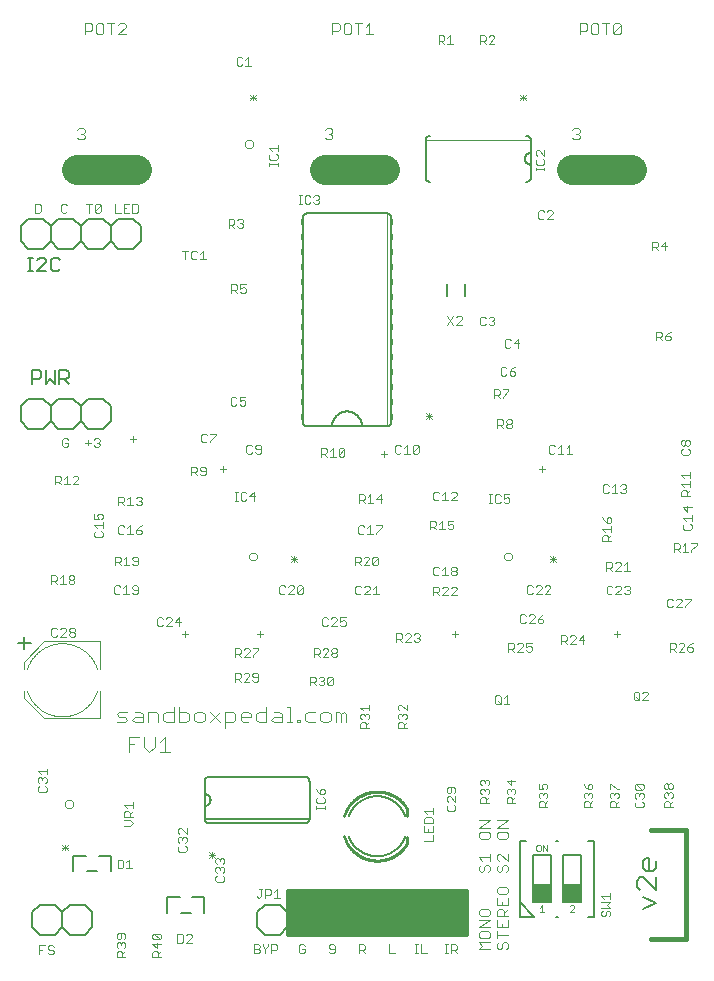
<source format=gto>
G75*
%MOIN*%
%OFA0B0*%
%FSLAX25Y25*%
%IPPOS*%
%LPD*%
%AMOC8*
5,1,8,0,0,1.08239X$1,22.5*
%
%ADD10C,0.00400*%
%ADD11C,0.00600*%
%ADD12C,0.00300*%
%ADD13C,0.10000*%
%ADD14C,0.01000*%
%ADD15C,0.00200*%
%ADD16R,0.00500X0.02000*%
%ADD17C,0.01500*%
%ADD18C,0.00800*%
%ADD19C,0.00500*%
%ADD20R,0.05906X0.05906*%
D10*
X0045998Y0071850D02*
X0045998Y0077054D01*
X0049468Y0077054D01*
X0051155Y0077054D02*
X0051155Y0073585D01*
X0052890Y0071850D01*
X0054625Y0073585D01*
X0054625Y0077054D01*
X0056311Y0075320D02*
X0058046Y0077054D01*
X0058046Y0071850D01*
X0056311Y0071850D02*
X0059781Y0071850D01*
X0060951Y0081850D02*
X0058349Y0081850D01*
X0057481Y0082717D01*
X0057481Y0084452D01*
X0058349Y0085320D01*
X0060951Y0085320D01*
X0062638Y0085320D02*
X0065240Y0085320D01*
X0066107Y0084452D01*
X0066107Y0082717D01*
X0065240Y0081850D01*
X0062638Y0081850D01*
X0062638Y0087054D01*
X0060951Y0087054D02*
X0060951Y0081850D01*
X0055795Y0081850D02*
X0055795Y0084452D01*
X0054927Y0085320D01*
X0052325Y0085320D01*
X0052325Y0081850D01*
X0050638Y0081850D02*
X0050638Y0084452D01*
X0049771Y0085320D01*
X0048036Y0085320D01*
X0048036Y0083585D02*
X0050638Y0083585D01*
X0050638Y0081850D02*
X0048036Y0081850D01*
X0047169Y0082717D01*
X0048036Y0083585D01*
X0045482Y0082717D02*
X0044614Y0083585D01*
X0042880Y0083585D01*
X0042012Y0084452D01*
X0042880Y0085320D01*
X0045482Y0085320D01*
X0045482Y0082717D02*
X0044614Y0081850D01*
X0042012Y0081850D01*
X0045998Y0074452D02*
X0047733Y0074452D01*
X0036563Y0083205D02*
X0036563Y0092260D01*
X0036563Y0099740D02*
X0036563Y0108795D01*
X0017665Y0108795D01*
X0010972Y0102102D01*
X0010972Y0099740D01*
X0010972Y0092260D02*
X0010972Y0089898D01*
X0017665Y0083205D01*
X0036563Y0083205D01*
X0035383Y0099740D02*
X0035288Y0100023D01*
X0035186Y0100304D01*
X0035077Y0100581D01*
X0034962Y0100857D01*
X0034840Y0101129D01*
X0034711Y0101398D01*
X0034576Y0101664D01*
X0034434Y0101926D01*
X0034286Y0102185D01*
X0034132Y0102441D01*
X0033971Y0102692D01*
X0033804Y0102940D01*
X0033632Y0103183D01*
X0033453Y0103422D01*
X0033269Y0103657D01*
X0033079Y0103887D01*
X0032883Y0104112D01*
X0032682Y0104332D01*
X0032476Y0104548D01*
X0032264Y0104758D01*
X0032048Y0104963D01*
X0031826Y0105163D01*
X0031599Y0105357D01*
X0031368Y0105546D01*
X0031133Y0105729D01*
X0030893Y0105906D01*
X0030648Y0106077D01*
X0030400Y0106242D01*
X0030147Y0106401D01*
X0029891Y0106554D01*
X0029631Y0106701D01*
X0029368Y0106841D01*
X0029101Y0106975D01*
X0028831Y0107102D01*
X0028558Y0107222D01*
X0028283Y0107336D01*
X0028004Y0107443D01*
X0027723Y0107543D01*
X0027440Y0107636D01*
X0027154Y0107723D01*
X0026866Y0107802D01*
X0026577Y0107874D01*
X0026286Y0107939D01*
X0025993Y0107997D01*
X0025699Y0108048D01*
X0025404Y0108092D01*
X0025108Y0108128D01*
X0024811Y0108157D01*
X0024513Y0108179D01*
X0024215Y0108194D01*
X0023917Y0108201D01*
X0023619Y0108201D01*
X0023321Y0108194D01*
X0023023Y0108179D01*
X0022725Y0108157D01*
X0022428Y0108128D01*
X0022132Y0108092D01*
X0021837Y0108048D01*
X0021543Y0107997D01*
X0021250Y0107939D01*
X0020959Y0107874D01*
X0020670Y0107802D01*
X0020382Y0107723D01*
X0020096Y0107636D01*
X0019813Y0107543D01*
X0019532Y0107443D01*
X0019253Y0107336D01*
X0018978Y0107222D01*
X0018705Y0107102D01*
X0018435Y0106975D01*
X0018168Y0106841D01*
X0017905Y0106701D01*
X0017645Y0106554D01*
X0017389Y0106401D01*
X0017136Y0106242D01*
X0016888Y0106077D01*
X0016643Y0105906D01*
X0016403Y0105729D01*
X0016168Y0105546D01*
X0015937Y0105357D01*
X0015710Y0105163D01*
X0015488Y0104963D01*
X0015272Y0104758D01*
X0015060Y0104548D01*
X0014854Y0104332D01*
X0014653Y0104112D01*
X0014457Y0103887D01*
X0014267Y0103657D01*
X0014083Y0103422D01*
X0013904Y0103183D01*
X0013732Y0102940D01*
X0013565Y0102692D01*
X0013404Y0102441D01*
X0013250Y0102185D01*
X0013102Y0101926D01*
X0012960Y0101664D01*
X0012825Y0101398D01*
X0012696Y0101129D01*
X0012574Y0100857D01*
X0012459Y0100581D01*
X0012350Y0100304D01*
X0012248Y0100023D01*
X0012153Y0099740D01*
X0012153Y0092260D02*
X0012248Y0091977D01*
X0012350Y0091696D01*
X0012459Y0091419D01*
X0012574Y0091143D01*
X0012696Y0090871D01*
X0012825Y0090602D01*
X0012960Y0090336D01*
X0013102Y0090074D01*
X0013250Y0089815D01*
X0013404Y0089559D01*
X0013565Y0089308D01*
X0013732Y0089060D01*
X0013904Y0088817D01*
X0014083Y0088578D01*
X0014267Y0088343D01*
X0014457Y0088113D01*
X0014653Y0087888D01*
X0014854Y0087668D01*
X0015060Y0087452D01*
X0015272Y0087242D01*
X0015488Y0087037D01*
X0015710Y0086837D01*
X0015937Y0086643D01*
X0016168Y0086454D01*
X0016403Y0086271D01*
X0016643Y0086094D01*
X0016888Y0085923D01*
X0017136Y0085758D01*
X0017389Y0085599D01*
X0017645Y0085446D01*
X0017905Y0085299D01*
X0018168Y0085159D01*
X0018435Y0085025D01*
X0018705Y0084898D01*
X0018978Y0084778D01*
X0019253Y0084664D01*
X0019532Y0084557D01*
X0019813Y0084457D01*
X0020096Y0084364D01*
X0020382Y0084277D01*
X0020670Y0084198D01*
X0020959Y0084126D01*
X0021250Y0084061D01*
X0021543Y0084003D01*
X0021837Y0083952D01*
X0022132Y0083908D01*
X0022428Y0083872D01*
X0022725Y0083843D01*
X0023023Y0083821D01*
X0023321Y0083806D01*
X0023619Y0083799D01*
X0023917Y0083799D01*
X0024215Y0083806D01*
X0024513Y0083821D01*
X0024811Y0083843D01*
X0025108Y0083872D01*
X0025404Y0083908D01*
X0025699Y0083952D01*
X0025993Y0084003D01*
X0026286Y0084061D01*
X0026577Y0084126D01*
X0026866Y0084198D01*
X0027154Y0084277D01*
X0027440Y0084364D01*
X0027723Y0084457D01*
X0028004Y0084557D01*
X0028283Y0084664D01*
X0028558Y0084778D01*
X0028831Y0084898D01*
X0029101Y0085025D01*
X0029368Y0085159D01*
X0029631Y0085299D01*
X0029891Y0085446D01*
X0030147Y0085599D01*
X0030400Y0085758D01*
X0030648Y0085923D01*
X0030893Y0086094D01*
X0031133Y0086271D01*
X0031368Y0086454D01*
X0031599Y0086643D01*
X0031826Y0086837D01*
X0032048Y0087037D01*
X0032264Y0087242D01*
X0032476Y0087452D01*
X0032682Y0087668D01*
X0032883Y0087888D01*
X0033079Y0088113D01*
X0033269Y0088343D01*
X0033453Y0088578D01*
X0033632Y0088817D01*
X0033804Y0089060D01*
X0033971Y0089308D01*
X0034132Y0089559D01*
X0034286Y0089815D01*
X0034434Y0090074D01*
X0034576Y0090336D01*
X0034711Y0090602D01*
X0034840Y0090871D01*
X0034962Y0091143D01*
X0035077Y0091419D01*
X0035186Y0091696D01*
X0035288Y0091977D01*
X0035383Y0092260D01*
X0067794Y0084452D02*
X0067794Y0082717D01*
X0068662Y0081850D01*
X0070396Y0081850D01*
X0071264Y0082717D01*
X0071264Y0084452D01*
X0070396Y0085320D01*
X0068662Y0085320D01*
X0067794Y0084452D01*
X0072951Y0085320D02*
X0076420Y0081850D01*
X0078107Y0081850D02*
X0080709Y0081850D01*
X0081577Y0082717D01*
X0081577Y0084452D01*
X0080709Y0085320D01*
X0078107Y0085320D01*
X0078107Y0080115D01*
X0072951Y0081850D02*
X0076420Y0085320D01*
X0083263Y0084452D02*
X0083263Y0082717D01*
X0084131Y0081850D01*
X0085866Y0081850D01*
X0086733Y0083585D02*
X0086733Y0084452D01*
X0085866Y0085320D01*
X0084131Y0085320D01*
X0083263Y0084452D01*
X0083263Y0083585D02*
X0086733Y0083585D01*
X0088420Y0084452D02*
X0088420Y0082717D01*
X0089287Y0081850D01*
X0091889Y0081850D01*
X0091889Y0087054D01*
X0091889Y0085320D02*
X0089287Y0085320D01*
X0088420Y0084452D01*
X0093576Y0082717D02*
X0094444Y0083585D01*
X0097046Y0083585D01*
X0097046Y0084452D02*
X0097046Y0081850D01*
X0094444Y0081850D01*
X0093576Y0082717D01*
X0094444Y0085320D02*
X0096178Y0085320D01*
X0097046Y0084452D01*
X0098733Y0081850D02*
X0100467Y0081850D01*
X0099600Y0081850D02*
X0099600Y0087054D01*
X0098733Y0087054D01*
X0102170Y0082717D02*
X0103038Y0082717D01*
X0103038Y0081850D01*
X0102170Y0081850D01*
X0102170Y0082717D01*
X0104748Y0082717D02*
X0104748Y0084452D01*
X0105616Y0085320D01*
X0108218Y0085320D01*
X0109905Y0084452D02*
X0109905Y0082717D01*
X0110772Y0081850D01*
X0112507Y0081850D01*
X0113374Y0082717D01*
X0113374Y0084452D01*
X0112507Y0085320D01*
X0110772Y0085320D01*
X0109905Y0084452D01*
X0108218Y0081850D02*
X0105616Y0081850D01*
X0104748Y0082717D01*
X0115061Y0081850D02*
X0115061Y0085320D01*
X0115929Y0085320D01*
X0116796Y0084452D01*
X0117663Y0085320D01*
X0118531Y0084452D01*
X0118531Y0081850D01*
X0116796Y0081850D02*
X0116796Y0084452D01*
D11*
X0013768Y0018500D02*
X0013768Y0013500D01*
X0016268Y0011000D01*
X0021268Y0011000D01*
X0023768Y0013500D01*
X0026268Y0011000D01*
X0031268Y0011000D01*
X0033768Y0013500D01*
X0033768Y0018500D01*
X0031268Y0021000D01*
X0026268Y0021000D01*
X0023768Y0018500D01*
X0023768Y0013500D01*
X0023768Y0018500D02*
X0021268Y0021000D01*
X0016268Y0021000D01*
X0013768Y0018500D01*
X0027577Y0032181D02*
X0027577Y0037350D01*
X0031746Y0037350D01*
X0035987Y0037350D02*
X0039958Y0037350D01*
X0039958Y0032181D01*
X0035431Y0032150D02*
X0032050Y0032150D01*
X0058827Y0023600D02*
X0058827Y0018431D01*
X0063300Y0018400D02*
X0066681Y0018400D01*
X0071208Y0018431D02*
X0071208Y0023600D01*
X0067237Y0023600D01*
X0062996Y0023600D02*
X0058827Y0023600D01*
X0072768Y0048300D02*
X0104768Y0048300D01*
X0104844Y0048302D01*
X0104920Y0048308D01*
X0104995Y0048317D01*
X0105070Y0048331D01*
X0105144Y0048348D01*
X0105217Y0048369D01*
X0105289Y0048393D01*
X0105360Y0048422D01*
X0105429Y0048453D01*
X0105496Y0048488D01*
X0105561Y0048527D01*
X0105625Y0048569D01*
X0105686Y0048614D01*
X0105745Y0048662D01*
X0105801Y0048713D01*
X0105855Y0048767D01*
X0105906Y0048823D01*
X0105954Y0048882D01*
X0105999Y0048943D01*
X0106041Y0049007D01*
X0106080Y0049072D01*
X0106115Y0049139D01*
X0106146Y0049208D01*
X0106175Y0049279D01*
X0106199Y0049351D01*
X0106220Y0049424D01*
X0106237Y0049498D01*
X0106251Y0049573D01*
X0106260Y0049648D01*
X0106266Y0049724D01*
X0106268Y0049800D01*
X0106268Y0062200D01*
X0106266Y0062276D01*
X0106260Y0062352D01*
X0106251Y0062427D01*
X0106237Y0062502D01*
X0106220Y0062576D01*
X0106199Y0062649D01*
X0106175Y0062721D01*
X0106146Y0062792D01*
X0106115Y0062861D01*
X0106080Y0062928D01*
X0106041Y0062993D01*
X0105999Y0063057D01*
X0105954Y0063118D01*
X0105906Y0063177D01*
X0105855Y0063233D01*
X0105801Y0063287D01*
X0105745Y0063338D01*
X0105686Y0063386D01*
X0105625Y0063431D01*
X0105561Y0063473D01*
X0105496Y0063512D01*
X0105429Y0063547D01*
X0105360Y0063578D01*
X0105289Y0063607D01*
X0105217Y0063631D01*
X0105144Y0063652D01*
X0105070Y0063669D01*
X0104995Y0063683D01*
X0104920Y0063692D01*
X0104844Y0063698D01*
X0104768Y0063700D01*
X0072768Y0063700D01*
X0072692Y0063698D01*
X0072616Y0063692D01*
X0072541Y0063683D01*
X0072466Y0063669D01*
X0072392Y0063652D01*
X0072319Y0063631D01*
X0072247Y0063607D01*
X0072176Y0063578D01*
X0072107Y0063547D01*
X0072040Y0063512D01*
X0071975Y0063473D01*
X0071911Y0063431D01*
X0071850Y0063386D01*
X0071791Y0063338D01*
X0071735Y0063287D01*
X0071681Y0063233D01*
X0071630Y0063177D01*
X0071582Y0063118D01*
X0071537Y0063057D01*
X0071495Y0062993D01*
X0071456Y0062928D01*
X0071421Y0062861D01*
X0071390Y0062792D01*
X0071361Y0062721D01*
X0071337Y0062649D01*
X0071316Y0062576D01*
X0071299Y0062502D01*
X0071285Y0062427D01*
X0071276Y0062352D01*
X0071270Y0062276D01*
X0071268Y0062200D01*
X0071268Y0058000D01*
X0071268Y0054000D01*
X0071268Y0049800D01*
X0071268Y0049700D02*
X0106268Y0049700D01*
X0119368Y0050650D02*
X0119454Y0050879D01*
X0119546Y0051106D01*
X0119643Y0051330D01*
X0119745Y0051552D01*
X0119853Y0051772D01*
X0119967Y0051989D01*
X0120085Y0052203D01*
X0120209Y0052414D01*
X0120338Y0052622D01*
X0120472Y0052826D01*
X0120611Y0053028D01*
X0120755Y0053226D01*
X0120903Y0053420D01*
X0121057Y0053611D01*
X0121215Y0053797D01*
X0121377Y0053980D01*
X0121544Y0054159D01*
X0121715Y0054334D01*
X0121891Y0054504D01*
X0122070Y0054670D01*
X0122254Y0054832D01*
X0122442Y0054989D01*
X0122633Y0055142D01*
X0122828Y0055290D01*
X0123026Y0055432D01*
X0123228Y0055571D01*
X0123434Y0055704D01*
X0123642Y0055832D01*
X0123854Y0055955D01*
X0124068Y0056072D01*
X0124285Y0056185D01*
X0124505Y0056292D01*
X0124728Y0056393D01*
X0124953Y0056489D01*
X0125180Y0056580D01*
X0125410Y0056665D01*
X0125641Y0056744D01*
X0125874Y0056818D01*
X0126109Y0056886D01*
X0126346Y0056948D01*
X0126584Y0057004D01*
X0126823Y0057055D01*
X0127064Y0057100D01*
X0127305Y0057138D01*
X0127548Y0057171D01*
X0127791Y0057198D01*
X0128035Y0057219D01*
X0128279Y0057234D01*
X0128523Y0057243D01*
X0128768Y0057246D01*
X0129013Y0057243D01*
X0129257Y0057234D01*
X0129501Y0057219D01*
X0129745Y0057198D01*
X0129988Y0057171D01*
X0130231Y0057138D01*
X0130472Y0057100D01*
X0130713Y0057055D01*
X0130952Y0057004D01*
X0131190Y0056948D01*
X0131427Y0056886D01*
X0131662Y0056818D01*
X0131895Y0056744D01*
X0132126Y0056665D01*
X0132356Y0056580D01*
X0132583Y0056489D01*
X0132808Y0056393D01*
X0133031Y0056292D01*
X0133251Y0056185D01*
X0133468Y0056072D01*
X0133682Y0055955D01*
X0133894Y0055832D01*
X0134102Y0055704D01*
X0134308Y0055571D01*
X0134510Y0055432D01*
X0134708Y0055290D01*
X0134903Y0055142D01*
X0135094Y0054989D01*
X0135282Y0054832D01*
X0135466Y0054670D01*
X0135645Y0054504D01*
X0135821Y0054334D01*
X0135992Y0054159D01*
X0136159Y0053980D01*
X0136321Y0053797D01*
X0136479Y0053611D01*
X0136633Y0053420D01*
X0136781Y0053226D01*
X0136925Y0053028D01*
X0137064Y0052826D01*
X0137198Y0052622D01*
X0137327Y0052414D01*
X0137451Y0052203D01*
X0137569Y0051989D01*
X0137683Y0051772D01*
X0137791Y0051552D01*
X0137893Y0051330D01*
X0137990Y0051106D01*
X0138082Y0050879D01*
X0138168Y0050650D01*
X0138168Y0043850D02*
X0138082Y0043621D01*
X0137990Y0043394D01*
X0137893Y0043170D01*
X0137791Y0042948D01*
X0137683Y0042728D01*
X0137569Y0042511D01*
X0137451Y0042297D01*
X0137327Y0042086D01*
X0137198Y0041878D01*
X0137064Y0041674D01*
X0136925Y0041472D01*
X0136781Y0041274D01*
X0136633Y0041080D01*
X0136479Y0040889D01*
X0136321Y0040703D01*
X0136159Y0040520D01*
X0135992Y0040341D01*
X0135821Y0040166D01*
X0135645Y0039996D01*
X0135466Y0039830D01*
X0135282Y0039668D01*
X0135094Y0039511D01*
X0134903Y0039358D01*
X0134708Y0039210D01*
X0134510Y0039068D01*
X0134308Y0038929D01*
X0134102Y0038796D01*
X0133894Y0038668D01*
X0133682Y0038545D01*
X0133468Y0038428D01*
X0133251Y0038315D01*
X0133031Y0038208D01*
X0132808Y0038107D01*
X0132583Y0038011D01*
X0132356Y0037920D01*
X0132126Y0037835D01*
X0131895Y0037756D01*
X0131662Y0037682D01*
X0131427Y0037614D01*
X0131190Y0037552D01*
X0130952Y0037496D01*
X0130713Y0037445D01*
X0130472Y0037400D01*
X0130231Y0037362D01*
X0129988Y0037329D01*
X0129745Y0037302D01*
X0129501Y0037281D01*
X0129257Y0037266D01*
X0129013Y0037257D01*
X0128768Y0037254D01*
X0128523Y0037257D01*
X0128279Y0037266D01*
X0128035Y0037281D01*
X0127791Y0037302D01*
X0127548Y0037329D01*
X0127305Y0037362D01*
X0127064Y0037400D01*
X0126823Y0037445D01*
X0126584Y0037496D01*
X0126346Y0037552D01*
X0126109Y0037614D01*
X0125874Y0037682D01*
X0125641Y0037756D01*
X0125410Y0037835D01*
X0125180Y0037920D01*
X0124953Y0038011D01*
X0124728Y0038107D01*
X0124505Y0038208D01*
X0124285Y0038315D01*
X0124068Y0038428D01*
X0123854Y0038545D01*
X0123642Y0038668D01*
X0123434Y0038796D01*
X0123228Y0038929D01*
X0123026Y0039068D01*
X0122828Y0039210D01*
X0122633Y0039358D01*
X0122442Y0039511D01*
X0122254Y0039668D01*
X0122070Y0039830D01*
X0121891Y0039996D01*
X0121715Y0040166D01*
X0121544Y0040341D01*
X0121377Y0040520D01*
X0121215Y0040703D01*
X0121057Y0040889D01*
X0120903Y0041080D01*
X0120755Y0041274D01*
X0120611Y0041472D01*
X0120472Y0041674D01*
X0120338Y0041878D01*
X0120209Y0042086D01*
X0120085Y0042297D01*
X0119967Y0042511D01*
X0119853Y0042728D01*
X0119745Y0042948D01*
X0119643Y0043170D01*
X0119546Y0043394D01*
X0119454Y0043621D01*
X0119368Y0043850D01*
X0121268Y0021000D02*
X0118768Y0018500D01*
X0118768Y0013500D01*
X0121268Y0011000D01*
X0126268Y0011000D01*
X0128768Y0013500D01*
X0131268Y0011000D01*
X0136268Y0011000D01*
X0138768Y0013500D01*
X0138768Y0018500D01*
X0136268Y0021000D01*
X0131268Y0021000D01*
X0128768Y0018500D01*
X0128768Y0013500D01*
X0128768Y0018500D02*
X0126268Y0021000D01*
X0121268Y0021000D01*
X0118768Y0018500D02*
X0116268Y0021000D01*
X0111268Y0021000D01*
X0108768Y0018500D01*
X0108768Y0013500D01*
X0106268Y0011000D01*
X0101268Y0011000D01*
X0098768Y0013500D01*
X0096268Y0011000D01*
X0091268Y0011000D01*
X0088768Y0013500D01*
X0088768Y0018500D01*
X0091268Y0021000D01*
X0096268Y0021000D01*
X0098768Y0018500D01*
X0101268Y0021000D01*
X0106268Y0021000D01*
X0108768Y0018500D01*
X0108768Y0013500D02*
X0111268Y0011000D01*
X0116268Y0011000D01*
X0118768Y0013500D01*
X0138768Y0013500D02*
X0141268Y0011000D01*
X0146268Y0011000D01*
X0148768Y0013500D01*
X0151268Y0011000D01*
X0156268Y0011000D01*
X0158768Y0013500D01*
X0158768Y0018500D01*
X0156268Y0021000D01*
X0151268Y0021000D01*
X0148768Y0018500D01*
X0148768Y0013500D01*
X0148768Y0018500D02*
X0146268Y0021000D01*
X0141268Y0021000D01*
X0138768Y0018500D01*
X0098768Y0018500D02*
X0098768Y0013500D01*
X0072768Y0048300D02*
X0072692Y0048302D01*
X0072616Y0048308D01*
X0072541Y0048317D01*
X0072466Y0048331D01*
X0072392Y0048348D01*
X0072319Y0048369D01*
X0072247Y0048393D01*
X0072176Y0048422D01*
X0072107Y0048453D01*
X0072040Y0048488D01*
X0071975Y0048527D01*
X0071911Y0048569D01*
X0071850Y0048614D01*
X0071791Y0048662D01*
X0071735Y0048713D01*
X0071681Y0048767D01*
X0071630Y0048823D01*
X0071582Y0048882D01*
X0071537Y0048943D01*
X0071495Y0049007D01*
X0071456Y0049072D01*
X0071421Y0049139D01*
X0071390Y0049208D01*
X0071361Y0049279D01*
X0071337Y0049351D01*
X0071316Y0049424D01*
X0071299Y0049498D01*
X0071285Y0049573D01*
X0071276Y0049648D01*
X0071270Y0049724D01*
X0071268Y0049800D01*
X0071268Y0054000D02*
X0071356Y0054002D01*
X0071445Y0054008D01*
X0071533Y0054018D01*
X0071620Y0054031D01*
X0071707Y0054049D01*
X0071793Y0054070D01*
X0071878Y0054095D01*
X0071961Y0054124D01*
X0072044Y0054157D01*
X0072124Y0054193D01*
X0072203Y0054232D01*
X0072281Y0054275D01*
X0072356Y0054322D01*
X0072429Y0054372D01*
X0072500Y0054425D01*
X0072569Y0054481D01*
X0072635Y0054540D01*
X0072698Y0054602D01*
X0072758Y0054666D01*
X0072816Y0054733D01*
X0072870Y0054803D01*
X0072922Y0054875D01*
X0072970Y0054949D01*
X0073015Y0055026D01*
X0073056Y0055104D01*
X0073094Y0055184D01*
X0073128Y0055265D01*
X0073159Y0055348D01*
X0073186Y0055433D01*
X0073209Y0055518D01*
X0073228Y0055604D01*
X0073244Y0055692D01*
X0073256Y0055779D01*
X0073264Y0055867D01*
X0073268Y0055956D01*
X0073268Y0056044D01*
X0073264Y0056133D01*
X0073256Y0056221D01*
X0073244Y0056308D01*
X0073228Y0056396D01*
X0073209Y0056482D01*
X0073186Y0056567D01*
X0073159Y0056652D01*
X0073128Y0056735D01*
X0073094Y0056816D01*
X0073056Y0056896D01*
X0073015Y0056974D01*
X0072970Y0057051D01*
X0072922Y0057125D01*
X0072870Y0057197D01*
X0072816Y0057267D01*
X0072758Y0057334D01*
X0072698Y0057398D01*
X0072635Y0057460D01*
X0072569Y0057519D01*
X0072500Y0057575D01*
X0072429Y0057628D01*
X0072356Y0057678D01*
X0072281Y0057725D01*
X0072203Y0057768D01*
X0072124Y0057807D01*
X0072044Y0057843D01*
X0071961Y0057876D01*
X0071878Y0057905D01*
X0071793Y0057930D01*
X0071707Y0057951D01*
X0071620Y0057969D01*
X0071533Y0057982D01*
X0071445Y0057992D01*
X0071356Y0057998D01*
X0071268Y0058000D01*
X0013338Y0108253D02*
X0009068Y0108253D01*
X0011203Y0110388D02*
X0011203Y0106118D01*
X0012518Y0179750D02*
X0017518Y0179750D01*
X0020018Y0182250D01*
X0022518Y0179750D01*
X0027518Y0179750D01*
X0030018Y0182250D01*
X0032518Y0179750D01*
X0037518Y0179750D01*
X0040018Y0182250D01*
X0040018Y0187250D01*
X0037518Y0189750D01*
X0032518Y0189750D01*
X0030018Y0187250D01*
X0030018Y0182250D01*
X0030018Y0187250D02*
X0027518Y0189750D01*
X0022518Y0189750D01*
X0020018Y0187250D01*
X0020018Y0182250D01*
X0020018Y0187250D02*
X0017518Y0189750D01*
X0012518Y0189750D01*
X0010018Y0187250D01*
X0010018Y0182250D01*
X0012518Y0179750D01*
X0012518Y0239750D02*
X0017518Y0239750D01*
X0020018Y0242250D01*
X0022518Y0239750D01*
X0027518Y0239750D01*
X0030018Y0242250D01*
X0030018Y0247250D01*
X0027518Y0249750D01*
X0022518Y0249750D01*
X0020018Y0247250D01*
X0020018Y0242250D01*
X0020018Y0247250D02*
X0017518Y0249750D01*
X0012518Y0249750D01*
X0010018Y0247250D01*
X0010018Y0242250D01*
X0012518Y0239750D01*
X0030018Y0242250D02*
X0032518Y0239750D01*
X0037518Y0239750D01*
X0040018Y0242250D01*
X0042518Y0239750D01*
X0047518Y0239750D01*
X0050018Y0242250D01*
X0050018Y0247250D01*
X0047518Y0249750D01*
X0042518Y0249750D01*
X0040018Y0247250D01*
X0040018Y0242250D01*
X0040018Y0247250D02*
X0037518Y0249750D01*
X0032518Y0249750D01*
X0030018Y0247250D01*
X0104068Y0250000D02*
X0104068Y0182000D01*
X0104070Y0181924D01*
X0104076Y0181848D01*
X0104085Y0181773D01*
X0104099Y0181698D01*
X0104116Y0181624D01*
X0104137Y0181551D01*
X0104161Y0181479D01*
X0104190Y0181408D01*
X0104221Y0181339D01*
X0104256Y0181272D01*
X0104295Y0181207D01*
X0104337Y0181143D01*
X0104382Y0181082D01*
X0104430Y0181023D01*
X0104481Y0180967D01*
X0104535Y0180913D01*
X0104591Y0180862D01*
X0104650Y0180814D01*
X0104711Y0180769D01*
X0104775Y0180727D01*
X0104840Y0180688D01*
X0104907Y0180653D01*
X0104976Y0180622D01*
X0105047Y0180593D01*
X0105119Y0180569D01*
X0105192Y0180548D01*
X0105266Y0180531D01*
X0105341Y0180517D01*
X0105416Y0180508D01*
X0105492Y0180502D01*
X0105568Y0180500D01*
X0113768Y0180500D01*
X0123768Y0180500D01*
X0131968Y0180500D01*
X0132044Y0180502D01*
X0132120Y0180508D01*
X0132195Y0180517D01*
X0132270Y0180531D01*
X0132344Y0180548D01*
X0132417Y0180569D01*
X0132489Y0180593D01*
X0132560Y0180622D01*
X0132629Y0180653D01*
X0132696Y0180688D01*
X0132761Y0180727D01*
X0132825Y0180769D01*
X0132886Y0180814D01*
X0132945Y0180862D01*
X0133001Y0180913D01*
X0133055Y0180967D01*
X0133106Y0181023D01*
X0133154Y0181082D01*
X0133199Y0181143D01*
X0133241Y0181207D01*
X0133280Y0181272D01*
X0133315Y0181339D01*
X0133346Y0181408D01*
X0133375Y0181479D01*
X0133399Y0181551D01*
X0133420Y0181624D01*
X0133437Y0181698D01*
X0133451Y0181773D01*
X0133460Y0181848D01*
X0133466Y0181924D01*
X0133468Y0182000D01*
X0133468Y0250000D01*
X0133466Y0250076D01*
X0133460Y0250152D01*
X0133451Y0250227D01*
X0133437Y0250302D01*
X0133420Y0250376D01*
X0133399Y0250449D01*
X0133375Y0250521D01*
X0133346Y0250592D01*
X0133315Y0250661D01*
X0133280Y0250728D01*
X0133241Y0250793D01*
X0133199Y0250857D01*
X0133154Y0250918D01*
X0133106Y0250977D01*
X0133055Y0251033D01*
X0133001Y0251087D01*
X0132945Y0251138D01*
X0132886Y0251186D01*
X0132825Y0251231D01*
X0132761Y0251273D01*
X0132696Y0251312D01*
X0132629Y0251347D01*
X0132560Y0251378D01*
X0132489Y0251407D01*
X0132417Y0251431D01*
X0132344Y0251452D01*
X0132270Y0251469D01*
X0132195Y0251483D01*
X0132120Y0251492D01*
X0132044Y0251498D01*
X0131968Y0251500D01*
X0105568Y0251500D01*
X0105492Y0251498D01*
X0105416Y0251492D01*
X0105341Y0251483D01*
X0105266Y0251469D01*
X0105192Y0251452D01*
X0105119Y0251431D01*
X0105047Y0251407D01*
X0104976Y0251378D01*
X0104907Y0251347D01*
X0104840Y0251312D01*
X0104775Y0251273D01*
X0104711Y0251231D01*
X0104650Y0251186D01*
X0104591Y0251138D01*
X0104535Y0251087D01*
X0104481Y0251033D01*
X0104430Y0250977D01*
X0104382Y0250918D01*
X0104337Y0250857D01*
X0104295Y0250793D01*
X0104256Y0250728D01*
X0104221Y0250661D01*
X0104190Y0250592D01*
X0104161Y0250521D01*
X0104137Y0250449D01*
X0104116Y0250376D01*
X0104099Y0250302D01*
X0104085Y0250227D01*
X0104076Y0250152D01*
X0104070Y0250076D01*
X0104068Y0250000D01*
X0145018Y0263550D02*
X0145018Y0275950D01*
X0145020Y0276026D01*
X0145026Y0276102D01*
X0145035Y0276177D01*
X0145049Y0276252D01*
X0145066Y0276326D01*
X0145087Y0276399D01*
X0145111Y0276471D01*
X0145140Y0276542D01*
X0145171Y0276611D01*
X0145206Y0276678D01*
X0145245Y0276743D01*
X0145287Y0276807D01*
X0145332Y0276868D01*
X0145380Y0276927D01*
X0145431Y0276983D01*
X0145485Y0277037D01*
X0145541Y0277088D01*
X0145600Y0277136D01*
X0145661Y0277181D01*
X0145725Y0277223D01*
X0145790Y0277262D01*
X0145857Y0277297D01*
X0145926Y0277328D01*
X0145997Y0277357D01*
X0146069Y0277381D01*
X0146142Y0277402D01*
X0146216Y0277419D01*
X0146291Y0277433D01*
X0146366Y0277442D01*
X0146442Y0277448D01*
X0146518Y0277450D01*
X0145018Y0263550D02*
X0145020Y0263474D01*
X0145026Y0263398D01*
X0145035Y0263323D01*
X0145049Y0263248D01*
X0145066Y0263174D01*
X0145087Y0263101D01*
X0145111Y0263029D01*
X0145140Y0262958D01*
X0145171Y0262889D01*
X0145206Y0262822D01*
X0145245Y0262757D01*
X0145287Y0262693D01*
X0145332Y0262632D01*
X0145380Y0262573D01*
X0145431Y0262517D01*
X0145485Y0262463D01*
X0145541Y0262412D01*
X0145600Y0262364D01*
X0145661Y0262319D01*
X0145725Y0262277D01*
X0145790Y0262238D01*
X0145857Y0262203D01*
X0145926Y0262172D01*
X0145997Y0262143D01*
X0146069Y0262119D01*
X0146142Y0262098D01*
X0146216Y0262081D01*
X0146291Y0262067D01*
X0146366Y0262058D01*
X0146442Y0262052D01*
X0146518Y0262050D01*
X0178518Y0262050D02*
X0178594Y0262052D01*
X0178670Y0262058D01*
X0178745Y0262067D01*
X0178820Y0262081D01*
X0178894Y0262098D01*
X0178967Y0262119D01*
X0179039Y0262143D01*
X0179110Y0262172D01*
X0179179Y0262203D01*
X0179246Y0262238D01*
X0179311Y0262277D01*
X0179375Y0262319D01*
X0179436Y0262364D01*
X0179495Y0262412D01*
X0179551Y0262463D01*
X0179605Y0262517D01*
X0179656Y0262573D01*
X0179704Y0262632D01*
X0179749Y0262693D01*
X0179791Y0262757D01*
X0179830Y0262822D01*
X0179865Y0262889D01*
X0179896Y0262958D01*
X0179925Y0263029D01*
X0179949Y0263101D01*
X0179970Y0263174D01*
X0179987Y0263248D01*
X0180001Y0263323D01*
X0180010Y0263398D01*
X0180016Y0263474D01*
X0180018Y0263550D01*
X0180018Y0267750D01*
X0180018Y0271750D01*
X0180018Y0275950D01*
X0180016Y0276026D01*
X0180010Y0276102D01*
X0180001Y0276177D01*
X0179987Y0276252D01*
X0179970Y0276326D01*
X0179949Y0276399D01*
X0179925Y0276471D01*
X0179896Y0276542D01*
X0179865Y0276611D01*
X0179830Y0276678D01*
X0179791Y0276743D01*
X0179749Y0276807D01*
X0179704Y0276868D01*
X0179656Y0276927D01*
X0179605Y0276983D01*
X0179551Y0277037D01*
X0179495Y0277088D01*
X0179436Y0277136D01*
X0179375Y0277181D01*
X0179311Y0277223D01*
X0179246Y0277262D01*
X0179179Y0277297D01*
X0179110Y0277328D01*
X0179039Y0277357D01*
X0178967Y0277381D01*
X0178894Y0277402D01*
X0178820Y0277419D01*
X0178745Y0277433D01*
X0178670Y0277442D01*
X0178594Y0277448D01*
X0178518Y0277450D01*
X0180018Y0271750D02*
X0179930Y0271748D01*
X0179841Y0271742D01*
X0179753Y0271732D01*
X0179666Y0271719D01*
X0179579Y0271701D01*
X0179493Y0271680D01*
X0179408Y0271655D01*
X0179325Y0271626D01*
X0179242Y0271593D01*
X0179162Y0271557D01*
X0179083Y0271518D01*
X0179005Y0271475D01*
X0178930Y0271428D01*
X0178857Y0271378D01*
X0178786Y0271325D01*
X0178717Y0271269D01*
X0178651Y0271210D01*
X0178588Y0271148D01*
X0178528Y0271084D01*
X0178470Y0271017D01*
X0178416Y0270947D01*
X0178364Y0270875D01*
X0178316Y0270801D01*
X0178271Y0270724D01*
X0178230Y0270646D01*
X0178192Y0270566D01*
X0178158Y0270485D01*
X0178127Y0270402D01*
X0178100Y0270317D01*
X0178077Y0270232D01*
X0178058Y0270146D01*
X0178042Y0270058D01*
X0178030Y0269971D01*
X0178022Y0269883D01*
X0178018Y0269794D01*
X0178018Y0269706D01*
X0178022Y0269617D01*
X0178030Y0269529D01*
X0178042Y0269442D01*
X0178058Y0269354D01*
X0178077Y0269268D01*
X0178100Y0269183D01*
X0178127Y0269098D01*
X0178158Y0269015D01*
X0178192Y0268934D01*
X0178230Y0268854D01*
X0178271Y0268776D01*
X0178316Y0268699D01*
X0178364Y0268625D01*
X0178416Y0268553D01*
X0178470Y0268483D01*
X0178528Y0268416D01*
X0178588Y0268352D01*
X0178651Y0268290D01*
X0178717Y0268231D01*
X0178786Y0268175D01*
X0178857Y0268122D01*
X0178930Y0268072D01*
X0179005Y0268025D01*
X0179083Y0267982D01*
X0179162Y0267943D01*
X0179242Y0267907D01*
X0179325Y0267874D01*
X0179408Y0267845D01*
X0179493Y0267820D01*
X0179579Y0267799D01*
X0179666Y0267781D01*
X0179753Y0267768D01*
X0179841Y0267758D01*
X0179930Y0267752D01*
X0180018Y0267750D01*
X0123768Y0180500D02*
X0123766Y0180640D01*
X0123760Y0180780D01*
X0123750Y0180920D01*
X0123737Y0181060D01*
X0123719Y0181199D01*
X0123697Y0181338D01*
X0123672Y0181475D01*
X0123643Y0181613D01*
X0123610Y0181749D01*
X0123573Y0181884D01*
X0123532Y0182018D01*
X0123487Y0182151D01*
X0123439Y0182283D01*
X0123387Y0182413D01*
X0123332Y0182542D01*
X0123273Y0182669D01*
X0123210Y0182795D01*
X0123144Y0182919D01*
X0123075Y0183040D01*
X0123002Y0183160D01*
X0122925Y0183278D01*
X0122846Y0183393D01*
X0122763Y0183507D01*
X0122677Y0183617D01*
X0122588Y0183726D01*
X0122496Y0183832D01*
X0122401Y0183935D01*
X0122304Y0184036D01*
X0122203Y0184133D01*
X0122100Y0184228D01*
X0121994Y0184320D01*
X0121885Y0184409D01*
X0121775Y0184495D01*
X0121661Y0184578D01*
X0121546Y0184657D01*
X0121428Y0184734D01*
X0121308Y0184807D01*
X0121187Y0184876D01*
X0121063Y0184942D01*
X0120937Y0185005D01*
X0120810Y0185064D01*
X0120681Y0185119D01*
X0120551Y0185171D01*
X0120419Y0185219D01*
X0120286Y0185264D01*
X0120152Y0185305D01*
X0120017Y0185342D01*
X0119881Y0185375D01*
X0119743Y0185404D01*
X0119606Y0185429D01*
X0119467Y0185451D01*
X0119328Y0185469D01*
X0119188Y0185482D01*
X0119048Y0185492D01*
X0118908Y0185498D01*
X0118768Y0185500D01*
X0118628Y0185498D01*
X0118488Y0185492D01*
X0118348Y0185482D01*
X0118208Y0185469D01*
X0118069Y0185451D01*
X0117930Y0185429D01*
X0117793Y0185404D01*
X0117655Y0185375D01*
X0117519Y0185342D01*
X0117384Y0185305D01*
X0117250Y0185264D01*
X0117117Y0185219D01*
X0116985Y0185171D01*
X0116855Y0185119D01*
X0116726Y0185064D01*
X0116599Y0185005D01*
X0116473Y0184942D01*
X0116349Y0184876D01*
X0116228Y0184807D01*
X0116108Y0184734D01*
X0115990Y0184657D01*
X0115875Y0184578D01*
X0115761Y0184495D01*
X0115651Y0184409D01*
X0115542Y0184320D01*
X0115436Y0184228D01*
X0115333Y0184133D01*
X0115232Y0184036D01*
X0115135Y0183935D01*
X0115040Y0183832D01*
X0114948Y0183726D01*
X0114859Y0183617D01*
X0114773Y0183507D01*
X0114690Y0183393D01*
X0114611Y0183278D01*
X0114534Y0183160D01*
X0114461Y0183040D01*
X0114392Y0182919D01*
X0114326Y0182795D01*
X0114263Y0182669D01*
X0114204Y0182542D01*
X0114149Y0182413D01*
X0114097Y0182283D01*
X0114049Y0182151D01*
X0114004Y0182018D01*
X0113963Y0181884D01*
X0113926Y0181749D01*
X0113893Y0181613D01*
X0113864Y0181475D01*
X0113839Y0181338D01*
X0113817Y0181199D01*
X0113799Y0181060D01*
X0113786Y0180920D01*
X0113776Y0180780D01*
X0113770Y0180640D01*
X0113768Y0180500D01*
X0218515Y0036625D02*
X0219583Y0036625D01*
X0219583Y0032354D01*
X0220650Y0032354D02*
X0218515Y0032354D01*
X0217447Y0033422D01*
X0217447Y0035557D01*
X0218515Y0036625D01*
X0221718Y0035557D02*
X0221718Y0033422D01*
X0220650Y0032354D01*
X0221718Y0030179D02*
X0221718Y0025909D01*
X0217447Y0030179D01*
X0216380Y0030179D01*
X0215312Y0029112D01*
X0215312Y0026977D01*
X0216380Y0025909D01*
X0217447Y0023734D02*
X0221718Y0021599D01*
X0217447Y0019463D01*
D12*
X0206473Y0020099D02*
X0205506Y0021067D01*
X0206473Y0022034D01*
X0203571Y0022034D01*
X0204538Y0023046D02*
X0203571Y0024013D01*
X0206473Y0024013D01*
X0206473Y0023046D02*
X0206473Y0024981D01*
X0206473Y0020099D02*
X0203571Y0020099D01*
X0204055Y0019088D02*
X0203571Y0018604D01*
X0203571Y0017637D01*
X0204055Y0017153D01*
X0204538Y0017153D01*
X0205022Y0017637D01*
X0205022Y0018604D01*
X0205506Y0019088D01*
X0205989Y0019088D01*
X0206473Y0018604D01*
X0206473Y0017637D01*
X0205989Y0017153D01*
X0206415Y0053560D02*
X0206415Y0055012D01*
X0206899Y0055495D01*
X0207866Y0055495D01*
X0208350Y0055012D01*
X0208350Y0053560D01*
X0209318Y0053560D02*
X0206415Y0053560D01*
X0208350Y0054528D02*
X0209318Y0055495D01*
X0208834Y0056507D02*
X0209318Y0056991D01*
X0209318Y0057958D01*
X0208834Y0058442D01*
X0208350Y0058442D01*
X0207866Y0057958D01*
X0207866Y0057474D01*
X0207866Y0057958D02*
X0207383Y0058442D01*
X0206899Y0058442D01*
X0206415Y0057958D01*
X0206415Y0056991D01*
X0206899Y0056507D01*
X0206415Y0059453D02*
X0206415Y0061388D01*
X0206899Y0061388D01*
X0208834Y0059453D01*
X0209318Y0059453D01*
X0214770Y0059840D02*
X0214770Y0060807D01*
X0215254Y0061291D01*
X0217189Y0059356D01*
X0217673Y0059840D01*
X0217673Y0060807D01*
X0217189Y0061291D01*
X0215254Y0061291D01*
X0214770Y0059840D02*
X0215254Y0059356D01*
X0217189Y0059356D01*
X0217189Y0058344D02*
X0217673Y0057861D01*
X0217673Y0056893D01*
X0217189Y0056410D01*
X0217189Y0055398D02*
X0217673Y0054914D01*
X0217673Y0053947D01*
X0217189Y0053463D01*
X0215254Y0053463D01*
X0214770Y0053947D01*
X0214770Y0054914D01*
X0215254Y0055398D01*
X0215254Y0056410D02*
X0214770Y0056893D01*
X0214770Y0057861D01*
X0215254Y0058344D01*
X0215738Y0058344D01*
X0216222Y0057861D01*
X0216705Y0058344D01*
X0217189Y0058344D01*
X0216222Y0057861D02*
X0216222Y0057377D01*
X0224465Y0057080D02*
X0224465Y0058048D01*
X0224949Y0058531D01*
X0225433Y0058531D01*
X0225916Y0058048D01*
X0226400Y0058531D01*
X0226884Y0058531D01*
X0227368Y0058048D01*
X0227368Y0057080D01*
X0226884Y0056597D01*
X0227368Y0055585D02*
X0226400Y0054617D01*
X0226400Y0055101D02*
X0226400Y0053650D01*
X0227368Y0053650D02*
X0224465Y0053650D01*
X0224465Y0055101D01*
X0224949Y0055585D01*
X0225916Y0055585D01*
X0226400Y0055101D01*
X0224949Y0056597D02*
X0224465Y0057080D01*
X0225916Y0057564D02*
X0225916Y0058048D01*
X0225433Y0059543D02*
X0224949Y0059543D01*
X0224465Y0060027D01*
X0224465Y0060994D01*
X0224949Y0061478D01*
X0225433Y0061478D01*
X0225916Y0060994D01*
X0225916Y0060027D01*
X0225433Y0059543D01*
X0225916Y0060027D02*
X0226400Y0059543D01*
X0226884Y0059543D01*
X0227368Y0060027D01*
X0227368Y0060994D01*
X0226884Y0061478D01*
X0226400Y0061478D01*
X0225916Y0060994D01*
X0219156Y0089200D02*
X0217221Y0089200D01*
X0219156Y0091135D01*
X0219156Y0091619D01*
X0218672Y0092102D01*
X0217705Y0092102D01*
X0217221Y0091619D01*
X0216210Y0091619D02*
X0216210Y0089684D01*
X0215726Y0089200D01*
X0214758Y0089200D01*
X0214275Y0089684D01*
X0214275Y0091619D01*
X0214758Y0092102D01*
X0215726Y0092102D01*
X0216210Y0091619D01*
X0215242Y0090167D02*
X0216210Y0089200D01*
X0226328Y0105450D02*
X0226328Y0108352D01*
X0227779Y0108352D01*
X0228263Y0107869D01*
X0228263Y0106901D01*
X0227779Y0106417D01*
X0226328Y0106417D01*
X0227296Y0106417D02*
X0228263Y0105450D01*
X0229275Y0105450D02*
X0231210Y0107385D01*
X0231210Y0107869D01*
X0230726Y0108352D01*
X0229758Y0108352D01*
X0229275Y0107869D01*
X0229275Y0105450D02*
X0231210Y0105450D01*
X0232221Y0105934D02*
X0232705Y0105450D01*
X0233672Y0105450D01*
X0234156Y0105934D01*
X0234156Y0106417D01*
X0233672Y0106901D01*
X0232221Y0106901D01*
X0232221Y0105934D01*
X0232221Y0106901D02*
X0233189Y0107869D01*
X0234156Y0108352D01*
X0231346Y0120205D02*
X0231346Y0120689D01*
X0233281Y0122624D01*
X0233281Y0123108D01*
X0231346Y0123108D01*
X0230335Y0122624D02*
X0229851Y0123108D01*
X0228883Y0123108D01*
X0228400Y0122624D01*
X0227388Y0122624D02*
X0226904Y0123108D01*
X0225937Y0123108D01*
X0225453Y0122624D01*
X0225453Y0120689D01*
X0225937Y0120205D01*
X0226904Y0120205D01*
X0227388Y0120689D01*
X0228400Y0120205D02*
X0230335Y0122140D01*
X0230335Y0122624D01*
X0230335Y0120205D02*
X0228400Y0120205D01*
X0227668Y0138650D02*
X0227668Y0141552D01*
X0229119Y0141552D01*
X0229603Y0141069D01*
X0229603Y0140101D01*
X0229119Y0139617D01*
X0227668Y0139617D01*
X0228635Y0139617D02*
X0229603Y0138650D01*
X0230614Y0138650D02*
X0232549Y0138650D01*
X0231582Y0138650D02*
X0231582Y0141552D01*
X0230614Y0140585D01*
X0233561Y0141552D02*
X0235496Y0141552D01*
X0235496Y0141069D01*
X0233561Y0139134D01*
X0233561Y0138650D01*
X0233165Y0146110D02*
X0231230Y0146110D01*
X0230746Y0146593D01*
X0230746Y0147561D01*
X0231230Y0148045D01*
X0231713Y0149056D02*
X0230746Y0150024D01*
X0233648Y0150024D01*
X0233648Y0150991D02*
X0233648Y0149056D01*
X0233165Y0148045D02*
X0233648Y0147561D01*
X0233648Y0146593D01*
X0233165Y0146110D01*
X0232197Y0152003D02*
X0232197Y0153938D01*
X0230746Y0153454D02*
X0232197Y0152003D01*
X0233648Y0153454D02*
X0230746Y0153454D01*
X0230165Y0157310D02*
X0230165Y0158762D01*
X0230649Y0159245D01*
X0231616Y0159245D01*
X0232100Y0158762D01*
X0232100Y0157310D01*
X0233068Y0157310D02*
X0230165Y0157310D01*
X0232100Y0158278D02*
X0233068Y0159245D01*
X0233068Y0160257D02*
X0233068Y0162192D01*
X0233068Y0161224D02*
X0230165Y0161224D01*
X0231133Y0160257D01*
X0231133Y0163203D02*
X0230165Y0164171D01*
X0233068Y0164171D01*
X0233068Y0165138D02*
X0233068Y0163203D01*
X0232553Y0171101D02*
X0230618Y0171101D01*
X0230135Y0171585D01*
X0230135Y0172552D01*
X0230618Y0173036D01*
X0230618Y0174047D02*
X0231102Y0174047D01*
X0231586Y0174531D01*
X0231586Y0175499D01*
X0232070Y0175982D01*
X0232553Y0175982D01*
X0233037Y0175499D01*
X0233037Y0174531D01*
X0232553Y0174047D01*
X0232070Y0174047D01*
X0231586Y0174531D01*
X0231586Y0175499D02*
X0231102Y0175982D01*
X0230618Y0175982D01*
X0230135Y0175499D01*
X0230135Y0174531D01*
X0230618Y0174047D01*
X0232553Y0173036D02*
X0233037Y0172552D01*
X0233037Y0171585D01*
X0232553Y0171101D01*
X0211843Y0160674D02*
X0211843Y0160190D01*
X0211359Y0159706D01*
X0211843Y0159223D01*
X0211843Y0158739D01*
X0211359Y0158255D01*
X0210392Y0158255D01*
X0209908Y0158739D01*
X0208897Y0158255D02*
X0206962Y0158255D01*
X0207929Y0158255D02*
X0207929Y0161158D01*
X0206962Y0160190D01*
X0205950Y0160674D02*
X0205466Y0161158D01*
X0204499Y0161158D01*
X0204015Y0160674D01*
X0204015Y0158739D01*
X0204499Y0158255D01*
X0205466Y0158255D01*
X0205950Y0158739D01*
X0209908Y0160674D02*
X0210392Y0161158D01*
X0211359Y0161158D01*
X0211843Y0160674D01*
X0211359Y0159706D02*
X0210876Y0159706D01*
X0206334Y0150138D02*
X0205850Y0150138D01*
X0205366Y0149655D01*
X0205366Y0148203D01*
X0206334Y0148203D01*
X0206818Y0148687D01*
X0206818Y0149655D01*
X0206334Y0150138D01*
X0204399Y0149171D02*
X0205366Y0148203D01*
X0204399Y0149171D02*
X0203915Y0150138D01*
X0203915Y0146224D02*
X0206818Y0146224D01*
X0206818Y0145257D02*
X0206818Y0147192D01*
X0204883Y0145257D02*
X0203915Y0146224D01*
X0204399Y0144245D02*
X0205366Y0144245D01*
X0205850Y0143762D01*
X0205850Y0142310D01*
X0206818Y0142310D02*
X0203915Y0142310D01*
X0203915Y0143762D01*
X0204399Y0144245D01*
X0205850Y0143278D02*
X0206818Y0144245D01*
X0206619Y0135302D02*
X0205168Y0135302D01*
X0205168Y0132400D01*
X0205168Y0133367D02*
X0206619Y0133367D01*
X0207103Y0133851D01*
X0207103Y0134819D01*
X0206619Y0135302D01*
X0208114Y0134819D02*
X0208598Y0135302D01*
X0209565Y0135302D01*
X0210049Y0134819D01*
X0210049Y0134335D01*
X0208114Y0132400D01*
X0210049Y0132400D01*
X0211061Y0132400D02*
X0212996Y0132400D01*
X0212028Y0132400D02*
X0212028Y0135302D01*
X0211061Y0134335D01*
X0207103Y0132400D02*
X0206135Y0133367D01*
X0205749Y0127408D02*
X0205265Y0126924D01*
X0205265Y0124989D01*
X0205749Y0124505D01*
X0206716Y0124505D01*
X0207200Y0124989D01*
X0208212Y0124505D02*
X0210147Y0126440D01*
X0210147Y0126924D01*
X0209663Y0127408D01*
X0208695Y0127408D01*
X0208212Y0126924D01*
X0207200Y0126924D02*
X0206716Y0127408D01*
X0205749Y0127408D01*
X0208212Y0124505D02*
X0210147Y0124505D01*
X0211158Y0124989D02*
X0211642Y0124505D01*
X0212609Y0124505D01*
X0213093Y0124989D01*
X0213093Y0125473D01*
X0212609Y0125956D01*
X0212126Y0125956D01*
X0212609Y0125956D02*
X0213093Y0126440D01*
X0213093Y0126924D01*
X0212609Y0127408D01*
X0211642Y0127408D01*
X0211158Y0126924D01*
X0208635Y0112319D02*
X0208635Y0110384D01*
X0207668Y0111351D02*
X0209603Y0111351D01*
X0197906Y0109401D02*
X0195971Y0109401D01*
X0197422Y0110852D01*
X0197422Y0107950D01*
X0194960Y0107950D02*
X0193025Y0107950D01*
X0194960Y0109885D01*
X0194960Y0110369D01*
X0194476Y0110852D01*
X0193508Y0110852D01*
X0193025Y0110369D01*
X0192013Y0110369D02*
X0192013Y0109401D01*
X0191529Y0108917D01*
X0190078Y0108917D01*
X0190078Y0107950D02*
X0190078Y0110852D01*
X0191529Y0110852D01*
X0192013Y0110369D01*
X0191046Y0108917D02*
X0192013Y0107950D01*
X0184246Y0115384D02*
X0184246Y0115867D01*
X0183762Y0116351D01*
X0182311Y0116351D01*
X0182311Y0115384D01*
X0182794Y0114900D01*
X0183762Y0114900D01*
X0184246Y0115384D01*
X0183278Y0117319D02*
X0182311Y0116351D01*
X0181299Y0116835D02*
X0181299Y0117319D01*
X0180815Y0117802D01*
X0179848Y0117802D01*
X0179364Y0117319D01*
X0178353Y0117319D02*
X0177869Y0117802D01*
X0176901Y0117802D01*
X0176418Y0117319D01*
X0176418Y0115384D01*
X0176901Y0114900D01*
X0177869Y0114900D01*
X0178353Y0115384D01*
X0179364Y0114900D02*
X0181299Y0116835D01*
X0181299Y0114900D02*
X0179364Y0114900D01*
X0183278Y0117319D02*
X0184246Y0117802D01*
X0184624Y0124595D02*
X0186559Y0126530D01*
X0186559Y0127014D01*
X0186075Y0127497D01*
X0185107Y0127497D01*
X0184624Y0127014D01*
X0183612Y0127014D02*
X0183128Y0127497D01*
X0182161Y0127497D01*
X0181677Y0127014D01*
X0180666Y0127014D02*
X0180182Y0127497D01*
X0179214Y0127497D01*
X0178731Y0127014D01*
X0178731Y0125079D01*
X0179214Y0124595D01*
X0180182Y0124595D01*
X0180666Y0125079D01*
X0181677Y0124595D02*
X0183612Y0126530D01*
X0183612Y0127014D01*
X0183612Y0124595D02*
X0181677Y0124595D01*
X0184624Y0124595D02*
X0186559Y0124595D01*
X0186418Y0135384D02*
X0188353Y0137319D01*
X0188353Y0136351D02*
X0186418Y0136351D01*
X0186418Y0137319D02*
X0188353Y0135384D01*
X0187385Y0135384D02*
X0187385Y0137319D01*
X0173618Y0137733D02*
X0173001Y0138350D01*
X0171766Y0138350D01*
X0171149Y0137733D01*
X0171149Y0136498D01*
X0171766Y0135881D01*
X0173001Y0135881D01*
X0173618Y0136498D01*
X0173618Y0137733D01*
X0172422Y0154950D02*
X0171455Y0154950D01*
X0170971Y0155434D01*
X0170971Y0156401D02*
X0171939Y0156885D01*
X0172422Y0156885D01*
X0172906Y0156401D01*
X0172906Y0155434D01*
X0172422Y0154950D01*
X0170971Y0156401D02*
X0170971Y0157852D01*
X0172906Y0157852D01*
X0169960Y0157369D02*
X0169476Y0157852D01*
X0168508Y0157852D01*
X0168025Y0157369D01*
X0168025Y0155434D01*
X0168508Y0154950D01*
X0169476Y0154950D01*
X0169960Y0155434D01*
X0167028Y0154950D02*
X0166060Y0154950D01*
X0166544Y0154950D02*
X0166544Y0157852D01*
X0166060Y0157852D02*
X0167028Y0157852D01*
X0155309Y0157780D02*
X0155309Y0158264D01*
X0154825Y0158747D01*
X0153857Y0158747D01*
X0153374Y0158264D01*
X0155309Y0157780D02*
X0153374Y0155845D01*
X0155309Y0155845D01*
X0152362Y0155845D02*
X0150427Y0155845D01*
X0151395Y0155845D02*
X0151395Y0158747D01*
X0150427Y0157780D01*
X0149416Y0158264D02*
X0148932Y0158747D01*
X0147964Y0158747D01*
X0147481Y0158264D01*
X0147481Y0156329D01*
X0147964Y0155845D01*
X0148932Y0155845D01*
X0149416Y0156329D01*
X0150332Y0149052D02*
X0150332Y0146150D01*
X0151299Y0146150D02*
X0149364Y0146150D01*
X0148353Y0146150D02*
X0147385Y0147117D01*
X0147869Y0147117D02*
X0146418Y0147117D01*
X0146418Y0146150D02*
X0146418Y0149052D01*
X0147869Y0149052D01*
X0148353Y0148569D01*
X0148353Y0147601D01*
X0147869Y0147117D01*
X0149364Y0148085D02*
X0150332Y0149052D01*
X0152311Y0149052D02*
X0152311Y0147601D01*
X0153278Y0148085D01*
X0153762Y0148085D01*
X0154246Y0147601D01*
X0154246Y0146634D01*
X0153762Y0146150D01*
X0152794Y0146150D01*
X0152311Y0146634D01*
X0152311Y0149052D02*
X0154246Y0149052D01*
X0153857Y0133747D02*
X0154825Y0133747D01*
X0155309Y0133264D01*
X0155309Y0132780D01*
X0154825Y0132296D01*
X0153857Y0132296D01*
X0153374Y0132780D01*
X0153374Y0133264D01*
X0153857Y0133747D01*
X0153857Y0132296D02*
X0153374Y0131812D01*
X0153374Y0131329D01*
X0153857Y0130845D01*
X0154825Y0130845D01*
X0155309Y0131329D01*
X0155309Y0131812D01*
X0154825Y0132296D01*
X0152362Y0130845D02*
X0150427Y0130845D01*
X0151395Y0130845D02*
X0151395Y0133747D01*
X0150427Y0132780D01*
X0149416Y0133264D02*
X0148932Y0133747D01*
X0147964Y0133747D01*
X0147481Y0133264D01*
X0147481Y0131329D01*
X0147964Y0130845D01*
X0148932Y0130845D01*
X0149416Y0131329D01*
X0149029Y0127102D02*
X0147578Y0127102D01*
X0147578Y0124200D01*
X0147578Y0125167D02*
X0149029Y0125167D01*
X0149513Y0125651D01*
X0149513Y0126619D01*
X0149029Y0127102D01*
X0150525Y0126619D02*
X0151008Y0127102D01*
X0151976Y0127102D01*
X0152460Y0126619D01*
X0152460Y0126135D01*
X0150525Y0124200D01*
X0152460Y0124200D01*
X0153471Y0124200D02*
X0155406Y0126135D01*
X0155406Y0126619D01*
X0154922Y0127102D01*
X0153955Y0127102D01*
X0153471Y0126619D01*
X0153471Y0124200D02*
X0155406Y0124200D01*
X0149513Y0124200D02*
X0148546Y0125167D01*
X0154885Y0112319D02*
X0154885Y0110384D01*
X0153918Y0111351D02*
X0155853Y0111351D01*
X0142996Y0111069D02*
X0142996Y0110585D01*
X0142512Y0110101D01*
X0142996Y0109617D01*
X0142996Y0109134D01*
X0142512Y0108650D01*
X0141544Y0108650D01*
X0141061Y0109134D01*
X0140049Y0108650D02*
X0138114Y0108650D01*
X0140049Y0110585D01*
X0140049Y0111069D01*
X0139565Y0111552D01*
X0138598Y0111552D01*
X0138114Y0111069D01*
X0137103Y0111069D02*
X0137103Y0110101D01*
X0136619Y0109617D01*
X0135168Y0109617D01*
X0135168Y0108650D02*
X0135168Y0111552D01*
X0136619Y0111552D01*
X0137103Y0111069D01*
X0136135Y0109617D02*
X0137103Y0108650D01*
X0141061Y0111069D02*
X0141544Y0111552D01*
X0142512Y0111552D01*
X0142996Y0111069D01*
X0142512Y0110101D02*
X0142028Y0110101D01*
X0129343Y0124505D02*
X0127408Y0124505D01*
X0128376Y0124505D02*
X0128376Y0127408D01*
X0127408Y0126440D01*
X0126397Y0126440D02*
X0126397Y0126924D01*
X0125913Y0127408D01*
X0124945Y0127408D01*
X0124462Y0126924D01*
X0123450Y0126924D02*
X0122966Y0127408D01*
X0121999Y0127408D01*
X0121515Y0126924D01*
X0121515Y0124989D01*
X0121999Y0124505D01*
X0122966Y0124505D01*
X0123450Y0124989D01*
X0124462Y0124505D02*
X0126397Y0126440D01*
X0126397Y0124505D02*
X0124462Y0124505D01*
X0118281Y0116858D02*
X0116346Y0116858D01*
X0116346Y0115406D01*
X0117314Y0115890D01*
X0117797Y0115890D01*
X0118281Y0115406D01*
X0118281Y0114439D01*
X0117797Y0113955D01*
X0116830Y0113955D01*
X0116346Y0114439D01*
X0115335Y0113955D02*
X0113400Y0113955D01*
X0115335Y0115890D01*
X0115335Y0116374D01*
X0114851Y0116858D01*
X0113883Y0116858D01*
X0113400Y0116374D01*
X0112388Y0116374D02*
X0111904Y0116858D01*
X0110937Y0116858D01*
X0110453Y0116374D01*
X0110453Y0114439D01*
X0110937Y0113955D01*
X0111904Y0113955D01*
X0112388Y0114439D01*
X0112065Y0106552D02*
X0111098Y0106552D01*
X0110614Y0106069D01*
X0109603Y0106069D02*
X0109119Y0106552D01*
X0107668Y0106552D01*
X0107668Y0103650D01*
X0107668Y0104617D02*
X0109119Y0104617D01*
X0109603Y0105101D01*
X0109603Y0106069D01*
X0108635Y0104617D02*
X0109603Y0103650D01*
X0110614Y0103650D02*
X0112549Y0105585D01*
X0112549Y0106069D01*
X0112065Y0106552D01*
X0113561Y0106069D02*
X0113561Y0105585D01*
X0114044Y0105101D01*
X0115012Y0105101D01*
X0115496Y0104617D01*
X0115496Y0104134D01*
X0115012Y0103650D01*
X0114044Y0103650D01*
X0113561Y0104134D01*
X0113561Y0104617D01*
X0114044Y0105101D01*
X0115012Y0105101D02*
X0115496Y0105585D01*
X0115496Y0106069D01*
X0115012Y0106552D01*
X0114044Y0106552D01*
X0113561Y0106069D01*
X0112549Y0103650D02*
X0110614Y0103650D01*
X0110726Y0097102D02*
X0111210Y0096619D01*
X0111210Y0096135D01*
X0110726Y0095651D01*
X0111210Y0095167D01*
X0111210Y0094684D01*
X0110726Y0094200D01*
X0109758Y0094200D01*
X0109275Y0094684D01*
X0108263Y0094200D02*
X0107296Y0095167D01*
X0107779Y0095167D02*
X0106328Y0095167D01*
X0106328Y0094200D02*
X0106328Y0097102D01*
X0107779Y0097102D01*
X0108263Y0096619D01*
X0108263Y0095651D01*
X0107779Y0095167D01*
X0109275Y0096619D02*
X0109758Y0097102D01*
X0110726Y0097102D01*
X0110726Y0095651D02*
X0110242Y0095651D01*
X0112221Y0094684D02*
X0114156Y0096619D01*
X0114156Y0094684D01*
X0113672Y0094200D01*
X0112705Y0094200D01*
X0112221Y0094684D01*
X0112221Y0096619D01*
X0112705Y0097102D01*
X0113672Y0097102D01*
X0114156Y0096619D01*
X0123215Y0086761D02*
X0126118Y0086761D01*
X0126118Y0087728D02*
X0126118Y0085793D01*
X0125634Y0084781D02*
X0126118Y0084298D01*
X0126118Y0083330D01*
X0125634Y0082847D01*
X0126118Y0081835D02*
X0125150Y0080867D01*
X0125150Y0081351D02*
X0125150Y0079900D01*
X0126118Y0079900D02*
X0123215Y0079900D01*
X0123215Y0081351D01*
X0123699Y0081835D01*
X0124666Y0081835D01*
X0125150Y0081351D01*
X0123699Y0082847D02*
X0123215Y0083330D01*
X0123215Y0084298D01*
X0123699Y0084781D01*
X0124183Y0084781D01*
X0124666Y0084298D01*
X0125150Y0084781D01*
X0125634Y0084781D01*
X0124666Y0084298D02*
X0124666Y0083814D01*
X0124183Y0085793D02*
X0123215Y0086761D01*
X0135715Y0087244D02*
X0135715Y0086277D01*
X0136199Y0085793D01*
X0136199Y0084781D02*
X0136683Y0084781D01*
X0137166Y0084298D01*
X0137650Y0084781D01*
X0138134Y0084781D01*
X0138618Y0084298D01*
X0138618Y0083330D01*
X0138134Y0082847D01*
X0138618Y0081835D02*
X0137650Y0080867D01*
X0137650Y0081351D02*
X0137650Y0079900D01*
X0138618Y0079900D02*
X0135715Y0079900D01*
X0135715Y0081351D01*
X0136199Y0081835D01*
X0137166Y0081835D01*
X0137650Y0081351D01*
X0136199Y0082847D02*
X0135715Y0083330D01*
X0135715Y0084298D01*
X0136199Y0084781D01*
X0137166Y0084298D02*
X0137166Y0083814D01*
X0138618Y0085793D02*
X0136683Y0087728D01*
X0136199Y0087728D01*
X0135715Y0087244D01*
X0138618Y0087728D02*
X0138618Y0085793D01*
X0152480Y0060188D02*
X0151996Y0059704D01*
X0151996Y0058736D01*
X0152480Y0058253D01*
X0152963Y0058253D01*
X0153447Y0058736D01*
X0153447Y0060188D01*
X0152480Y0060188D02*
X0154415Y0060188D01*
X0154898Y0059704D01*
X0154898Y0058736D01*
X0154415Y0058253D01*
X0154898Y0057241D02*
X0154898Y0055306D01*
X0152963Y0057241D01*
X0152480Y0057241D01*
X0151996Y0056757D01*
X0151996Y0055790D01*
X0152480Y0055306D01*
X0152480Y0054295D02*
X0151996Y0053811D01*
X0151996Y0052843D01*
X0152480Y0052360D01*
X0154415Y0052360D01*
X0154898Y0052843D01*
X0154898Y0053811D01*
X0154415Y0054295D01*
X0147368Y0053175D02*
X0147368Y0051240D01*
X0147368Y0052207D02*
X0144465Y0052207D01*
X0145433Y0051240D01*
X0144949Y0050228D02*
X0144465Y0049744D01*
X0144465Y0048293D01*
X0147368Y0048293D01*
X0147368Y0049744D01*
X0146884Y0050228D01*
X0144949Y0050228D01*
X0144465Y0047281D02*
X0144465Y0045347D01*
X0147368Y0045347D01*
X0147368Y0047281D01*
X0145916Y0046314D02*
X0145916Y0045347D01*
X0147368Y0044335D02*
X0147368Y0042400D01*
X0144465Y0042400D01*
X0162665Y0043599D02*
X0163282Y0042981D01*
X0165751Y0042981D01*
X0166368Y0043599D01*
X0166368Y0044833D01*
X0165751Y0045450D01*
X0163282Y0045450D01*
X0162665Y0044833D01*
X0162665Y0043599D01*
X0162665Y0046665D02*
X0166368Y0049133D01*
X0162665Y0049133D01*
X0162665Y0046665D02*
X0166368Y0046665D01*
X0168665Y0046665D02*
X0172368Y0049133D01*
X0168665Y0049133D01*
X0168665Y0046665D02*
X0172368Y0046665D01*
X0171751Y0045450D02*
X0169282Y0045450D01*
X0168665Y0044833D01*
X0168665Y0043599D01*
X0169282Y0042981D01*
X0171751Y0042981D01*
X0172368Y0043599D01*
X0172368Y0044833D01*
X0171751Y0045450D01*
X0172368Y0038084D02*
X0172368Y0035615D01*
X0169899Y0038084D01*
X0169282Y0038084D01*
X0168665Y0037467D01*
X0168665Y0036232D01*
X0169282Y0035615D01*
X0169282Y0034401D02*
X0168665Y0033784D01*
X0168665Y0032549D01*
X0169282Y0031932D01*
X0169899Y0031932D01*
X0170516Y0032549D01*
X0170516Y0033784D01*
X0171133Y0034401D01*
X0171751Y0034401D01*
X0172368Y0033784D01*
X0172368Y0032549D01*
X0171751Y0031932D01*
X0171751Y0027034D02*
X0169282Y0027034D01*
X0168665Y0026417D01*
X0168665Y0025183D01*
X0169282Y0024566D01*
X0171751Y0024566D01*
X0172368Y0025183D01*
X0172368Y0026417D01*
X0171751Y0027034D01*
X0172368Y0023351D02*
X0172368Y0020883D01*
X0168665Y0020883D01*
X0168665Y0023351D01*
X0170516Y0022117D02*
X0170516Y0020883D01*
X0170516Y0019668D02*
X0171133Y0019051D01*
X0171133Y0017199D01*
X0172368Y0017199D02*
X0168665Y0017199D01*
X0168665Y0019051D01*
X0169282Y0019668D01*
X0170516Y0019668D01*
X0171133Y0018434D02*
X0172368Y0019668D01*
X0172368Y0015985D02*
X0172368Y0013516D01*
X0168665Y0013516D01*
X0168665Y0015985D01*
X0170516Y0014751D02*
X0170516Y0013516D01*
X0168665Y0012302D02*
X0168665Y0009833D01*
X0168665Y0011068D02*
X0172368Y0011068D01*
X0171751Y0008619D02*
X0172368Y0008002D01*
X0172368Y0006767D01*
X0171751Y0006150D01*
X0170516Y0006767D02*
X0169899Y0006150D01*
X0169282Y0006150D01*
X0168665Y0006767D01*
X0168665Y0008002D01*
X0169282Y0008619D01*
X0170516Y0008002D02*
X0171133Y0008619D01*
X0171751Y0008619D01*
X0170516Y0008002D02*
X0170516Y0006767D01*
X0166368Y0006150D02*
X0162665Y0006150D01*
X0163899Y0007384D01*
X0162665Y0008619D01*
X0166368Y0008619D01*
X0165751Y0009833D02*
X0163282Y0009833D01*
X0162665Y0010450D01*
X0162665Y0011685D01*
X0163282Y0012302D01*
X0165751Y0012302D01*
X0166368Y0011685D01*
X0166368Y0010450D01*
X0165751Y0009833D01*
X0166368Y0013516D02*
X0162665Y0013516D01*
X0166368Y0015985D01*
X0162665Y0015985D01*
X0163282Y0017199D02*
X0165751Y0017199D01*
X0166368Y0017817D01*
X0166368Y0019051D01*
X0165751Y0019668D01*
X0163282Y0019668D01*
X0162665Y0019051D01*
X0162665Y0017817D01*
X0163282Y0017199D01*
X0154833Y0007802D02*
X0155317Y0007319D01*
X0155317Y0006351D01*
X0154833Y0005867D01*
X0153382Y0005867D01*
X0153382Y0004900D02*
X0153382Y0007802D01*
X0154833Y0007802D01*
X0154350Y0005867D02*
X0155317Y0004900D01*
X0152385Y0004900D02*
X0151418Y0004900D01*
X0151901Y0004900D02*
X0151901Y0007802D01*
X0151418Y0007802D02*
X0152385Y0007802D01*
X0145317Y0004900D02*
X0143382Y0004900D01*
X0143382Y0007802D01*
X0142385Y0007802D02*
X0141418Y0007802D01*
X0141901Y0007802D02*
X0141901Y0004900D01*
X0141418Y0004900D02*
X0142385Y0004900D01*
X0134603Y0004900D02*
X0132668Y0004900D01*
X0132668Y0007802D01*
X0124603Y0007319D02*
X0124603Y0006351D01*
X0124119Y0005867D01*
X0122668Y0005867D01*
X0122668Y0004900D02*
X0122668Y0007802D01*
X0124119Y0007802D01*
X0124603Y0007319D01*
X0123635Y0005867D02*
X0124603Y0004900D01*
X0114603Y0005384D02*
X0114603Y0007319D01*
X0114119Y0007802D01*
X0113151Y0007802D01*
X0112668Y0007319D01*
X0112668Y0006835D01*
X0113151Y0006351D01*
X0114603Y0006351D01*
X0114603Y0005384D02*
X0114119Y0004900D01*
X0113151Y0004900D01*
X0112668Y0005384D01*
X0104603Y0005384D02*
X0104603Y0006351D01*
X0103635Y0006351D01*
X0102668Y0005384D02*
X0103151Y0004900D01*
X0104119Y0004900D01*
X0104603Y0005384D01*
X0104603Y0007319D02*
X0104119Y0007802D01*
X0103151Y0007802D01*
X0102668Y0007319D01*
X0102668Y0005384D01*
X0095496Y0006351D02*
X0095012Y0005867D01*
X0093561Y0005867D01*
X0093561Y0004900D02*
X0093561Y0007802D01*
X0095012Y0007802D01*
X0095496Y0007319D01*
X0095496Y0006351D01*
X0092549Y0007319D02*
X0092549Y0007802D01*
X0092549Y0007319D02*
X0091582Y0006351D01*
X0091582Y0004900D01*
X0091582Y0006351D02*
X0090614Y0007319D01*
X0090614Y0007802D01*
X0089603Y0007319D02*
X0089603Y0006835D01*
X0089119Y0006351D01*
X0087668Y0006351D01*
X0089119Y0006351D02*
X0089603Y0005867D01*
X0089603Y0005384D01*
X0089119Y0004900D01*
X0087668Y0004900D01*
X0087668Y0007802D01*
X0089119Y0007802D01*
X0089603Y0007319D01*
X0089585Y0023350D02*
X0090069Y0023834D01*
X0090069Y0026252D01*
X0089585Y0026252D02*
X0090553Y0026252D01*
X0091564Y0026252D02*
X0091564Y0023350D01*
X0091564Y0024317D02*
X0093015Y0024317D01*
X0093499Y0024801D01*
X0093499Y0025769D01*
X0093015Y0026252D01*
X0091564Y0026252D01*
X0094511Y0025285D02*
X0095478Y0026252D01*
X0095478Y0023350D01*
X0094511Y0023350D02*
X0096446Y0023350D01*
X0089585Y0023350D02*
X0089101Y0023350D01*
X0088618Y0023834D01*
X0077763Y0029231D02*
X0077279Y0028747D01*
X0075344Y0028747D01*
X0074860Y0029231D01*
X0074860Y0030199D01*
X0075344Y0030682D01*
X0075344Y0031694D02*
X0074860Y0032178D01*
X0074860Y0033145D01*
X0075344Y0033629D01*
X0075828Y0033629D01*
X0076311Y0033145D01*
X0076795Y0033629D01*
X0077279Y0033629D01*
X0077763Y0033145D01*
X0077763Y0032178D01*
X0077279Y0031694D01*
X0077279Y0030682D02*
X0077763Y0030199D01*
X0077763Y0029231D01*
X0076311Y0032661D02*
X0076311Y0033145D01*
X0075344Y0034640D02*
X0074860Y0035124D01*
X0074860Y0036092D01*
X0075344Y0036575D01*
X0075828Y0036575D01*
X0076311Y0036092D01*
X0076795Y0036575D01*
X0077279Y0036575D01*
X0077763Y0036092D01*
X0077763Y0035124D01*
X0077279Y0034640D01*
X0076311Y0035608D02*
X0076311Y0036092D01*
X0074603Y0036634D02*
X0072668Y0038569D01*
X0073635Y0038569D02*
X0073635Y0036634D01*
X0072668Y0036634D02*
X0074603Y0038569D01*
X0074603Y0037601D02*
X0072668Y0037601D01*
X0065263Y0039231D02*
X0065263Y0040199D01*
X0064779Y0040682D01*
X0064779Y0041694D02*
X0065263Y0042178D01*
X0065263Y0043145D01*
X0064779Y0043629D01*
X0064295Y0043629D01*
X0063811Y0043145D01*
X0063811Y0042661D01*
X0063811Y0043145D02*
X0063328Y0043629D01*
X0062844Y0043629D01*
X0062360Y0043145D01*
X0062360Y0042178D01*
X0062844Y0041694D01*
X0062844Y0040682D02*
X0062360Y0040199D01*
X0062360Y0039231D01*
X0062844Y0038747D01*
X0064779Y0038747D01*
X0065263Y0039231D01*
X0065263Y0044640D02*
X0063328Y0046575D01*
X0062844Y0046575D01*
X0062360Y0046092D01*
X0062360Y0045124D01*
X0062844Y0044640D01*
X0065263Y0044640D02*
X0065263Y0046575D01*
X0047318Y0048278D02*
X0046350Y0049245D01*
X0044415Y0049245D01*
X0044415Y0050257D02*
X0044415Y0051708D01*
X0044899Y0052192D01*
X0045866Y0052192D01*
X0046350Y0051708D01*
X0046350Y0050257D01*
X0046350Y0051224D02*
X0047318Y0052192D01*
X0047318Y0053203D02*
X0047318Y0055138D01*
X0047318Y0054171D02*
X0044415Y0054171D01*
X0045383Y0053203D01*
X0044415Y0050257D02*
X0047318Y0050257D01*
X0047318Y0048278D02*
X0046350Y0047310D01*
X0044415Y0047310D01*
X0043726Y0036102D02*
X0042275Y0036102D01*
X0042275Y0033200D01*
X0043726Y0033200D01*
X0044210Y0033684D01*
X0044210Y0035619D01*
X0043726Y0036102D01*
X0045221Y0035135D02*
X0046189Y0036102D01*
X0046189Y0033200D01*
X0047156Y0033200D02*
X0045221Y0033200D01*
X0044384Y0011478D02*
X0042449Y0011478D01*
X0041965Y0010994D01*
X0041965Y0010027D01*
X0042449Y0009543D01*
X0042933Y0009543D01*
X0043416Y0010027D01*
X0043416Y0011478D01*
X0044384Y0011478D02*
X0044868Y0010994D01*
X0044868Y0010027D01*
X0044384Y0009543D01*
X0044384Y0008531D02*
X0044868Y0008048D01*
X0044868Y0007080D01*
X0044384Y0006597D01*
X0044868Y0005585D02*
X0043900Y0004617D01*
X0043900Y0005101D02*
X0043900Y0003650D01*
X0044868Y0003650D02*
X0041965Y0003650D01*
X0041965Y0005101D01*
X0042449Y0005585D01*
X0043416Y0005585D01*
X0043900Y0005101D01*
X0042449Y0006597D02*
X0041965Y0007080D01*
X0041965Y0008048D01*
X0042449Y0008531D01*
X0042933Y0008531D01*
X0043416Y0008048D01*
X0043900Y0008531D01*
X0044384Y0008531D01*
X0043416Y0008048D02*
X0043416Y0007564D01*
X0053915Y0007958D02*
X0055366Y0006507D01*
X0055366Y0008442D01*
X0056334Y0009453D02*
X0054399Y0009453D01*
X0053915Y0009937D01*
X0053915Y0010905D01*
X0054399Y0011388D01*
X0056334Y0009453D01*
X0056818Y0009937D01*
X0056818Y0010905D01*
X0056334Y0011388D01*
X0054399Y0011388D01*
X0053915Y0007958D02*
X0056818Y0007958D01*
X0056818Y0005495D02*
X0055850Y0004528D01*
X0055850Y0005012D02*
X0055850Y0003560D01*
X0056818Y0003560D02*
X0053915Y0003560D01*
X0053915Y0005012D01*
X0054399Y0005495D01*
X0055366Y0005495D01*
X0055850Y0005012D01*
X0062168Y0008400D02*
X0062168Y0011302D01*
X0063619Y0011302D01*
X0064103Y0010819D01*
X0064103Y0008884D01*
X0063619Y0008400D01*
X0062168Y0008400D01*
X0065114Y0008400D02*
X0067049Y0010335D01*
X0067049Y0010819D01*
X0066565Y0011302D01*
X0065598Y0011302D01*
X0065114Y0010819D01*
X0065114Y0008400D02*
X0067049Y0008400D01*
X0026751Y0053381D02*
X0027368Y0053998D01*
X0027368Y0055233D01*
X0026751Y0055850D01*
X0025516Y0055850D01*
X0024899Y0055233D01*
X0024899Y0053998D01*
X0025516Y0053381D01*
X0026751Y0053381D01*
X0018648Y0059093D02*
X0018648Y0060061D01*
X0018165Y0060545D01*
X0018165Y0061556D02*
X0018648Y0062040D01*
X0018648Y0063007D01*
X0018165Y0063491D01*
X0017681Y0063491D01*
X0017197Y0063007D01*
X0017197Y0062524D01*
X0017197Y0063007D02*
X0016713Y0063491D01*
X0016230Y0063491D01*
X0015746Y0063007D01*
X0015746Y0062040D01*
X0016230Y0061556D01*
X0016230Y0060545D02*
X0015746Y0060061D01*
X0015746Y0059093D01*
X0016230Y0058610D01*
X0018165Y0058610D01*
X0018648Y0059093D01*
X0018648Y0064503D02*
X0018648Y0066438D01*
X0018648Y0065470D02*
X0015746Y0065470D01*
X0016713Y0064503D01*
X0023918Y0041069D02*
X0025853Y0039134D01*
X0025853Y0040101D02*
X0023918Y0040101D01*
X0023918Y0039134D02*
X0025853Y0041069D01*
X0024885Y0041069D02*
X0024885Y0039134D01*
X0020515Y0007502D02*
X0019548Y0007502D01*
X0019064Y0007019D01*
X0019064Y0006535D01*
X0019548Y0006051D01*
X0020515Y0006051D01*
X0020999Y0005567D01*
X0020999Y0005084D01*
X0020515Y0004600D01*
X0019548Y0004600D01*
X0019064Y0005084D01*
X0017085Y0006051D02*
X0016118Y0006051D01*
X0016118Y0004600D02*
X0016118Y0007502D01*
X0018053Y0007502D01*
X0020515Y0007502D02*
X0020999Y0007019D01*
X0081328Y0095450D02*
X0081328Y0098352D01*
X0082779Y0098352D01*
X0083263Y0097869D01*
X0083263Y0096901D01*
X0082779Y0096417D01*
X0081328Y0096417D01*
X0082296Y0096417D02*
X0083263Y0095450D01*
X0084275Y0095450D02*
X0086210Y0097385D01*
X0086210Y0097869D01*
X0085726Y0098352D01*
X0084758Y0098352D01*
X0084275Y0097869D01*
X0084275Y0095450D02*
X0086210Y0095450D01*
X0087221Y0095934D02*
X0087705Y0095450D01*
X0088672Y0095450D01*
X0089156Y0095934D01*
X0089156Y0097869D01*
X0088672Y0098352D01*
X0087705Y0098352D01*
X0087221Y0097869D01*
X0087221Y0097385D01*
X0087705Y0096901D01*
X0089156Y0096901D01*
X0087311Y0103650D02*
X0087311Y0104134D01*
X0089246Y0106069D01*
X0089246Y0106552D01*
X0087311Y0106552D01*
X0086299Y0106069D02*
X0085815Y0106552D01*
X0084848Y0106552D01*
X0084364Y0106069D01*
X0083353Y0106069D02*
X0082869Y0106552D01*
X0081418Y0106552D01*
X0081418Y0103650D01*
X0081418Y0104617D02*
X0082869Y0104617D01*
X0083353Y0105101D01*
X0083353Y0106069D01*
X0082385Y0104617D02*
X0083353Y0103650D01*
X0084364Y0103650D02*
X0086299Y0105585D01*
X0086299Y0106069D01*
X0086299Y0103650D02*
X0084364Y0103650D01*
X0089885Y0110384D02*
X0089885Y0112319D01*
X0088918Y0111351D02*
X0090853Y0111351D01*
X0096714Y0124595D02*
X0096231Y0125079D01*
X0096231Y0127014D01*
X0096714Y0127497D01*
X0097682Y0127497D01*
X0098166Y0127014D01*
X0099177Y0127014D02*
X0099661Y0127497D01*
X0100628Y0127497D01*
X0101112Y0127014D01*
X0101112Y0126530D01*
X0099177Y0124595D01*
X0101112Y0124595D01*
X0102124Y0125079D02*
X0104059Y0127014D01*
X0104059Y0125079D01*
X0103575Y0124595D01*
X0102607Y0124595D01*
X0102124Y0125079D01*
X0102124Y0127014D01*
X0102607Y0127497D01*
X0103575Y0127497D01*
X0104059Y0127014D01*
X0098166Y0125079D02*
X0097682Y0124595D01*
X0096714Y0124595D01*
X0100168Y0135384D02*
X0102103Y0137319D01*
X0102103Y0136351D02*
X0100168Y0136351D01*
X0100168Y0137319D02*
X0102103Y0135384D01*
X0101135Y0135384D02*
X0101135Y0137319D01*
X0088618Y0137733D02*
X0088001Y0138350D01*
X0086766Y0138350D01*
X0086149Y0137733D01*
X0086149Y0136498D01*
X0086766Y0135881D01*
X0088001Y0135881D01*
X0088618Y0136498D01*
X0088618Y0137733D01*
X0087672Y0155700D02*
X0087672Y0158602D01*
X0086221Y0157151D01*
X0088156Y0157151D01*
X0085210Y0156184D02*
X0084726Y0155700D01*
X0083758Y0155700D01*
X0083275Y0156184D01*
X0083275Y0158119D01*
X0083758Y0158602D01*
X0084726Y0158602D01*
X0085210Y0158119D01*
X0082278Y0158602D02*
X0081310Y0158602D01*
X0081794Y0158602D02*
X0081794Y0155700D01*
X0081310Y0155700D02*
X0082278Y0155700D01*
X0077385Y0165384D02*
X0077385Y0167319D01*
X0076418Y0166351D02*
X0078353Y0166351D01*
X0071656Y0166619D02*
X0071172Y0167102D01*
X0070205Y0167102D01*
X0069721Y0166619D01*
X0069721Y0166135D01*
X0070205Y0165651D01*
X0071656Y0165651D01*
X0071656Y0164684D02*
X0071656Y0166619D01*
X0071656Y0164684D02*
X0071172Y0164200D01*
X0070205Y0164200D01*
X0069721Y0164684D01*
X0068710Y0164200D02*
X0067742Y0165167D01*
X0068226Y0165167D02*
X0066775Y0165167D01*
X0066775Y0164200D02*
X0066775Y0167102D01*
X0068226Y0167102D01*
X0068710Y0166619D01*
X0068710Y0165651D01*
X0068226Y0165167D01*
X0070723Y0175145D02*
X0070239Y0175629D01*
X0070239Y0177564D01*
X0070723Y0178047D01*
X0071690Y0178047D01*
X0072174Y0177564D01*
X0073186Y0178047D02*
X0075121Y0178047D01*
X0075121Y0177564D01*
X0073186Y0175629D01*
X0073186Y0175145D01*
X0072174Y0175629D02*
X0071690Y0175145D01*
X0070723Y0175145D01*
X0080474Y0187449D02*
X0081442Y0187449D01*
X0081926Y0187933D01*
X0082937Y0187933D02*
X0083421Y0187449D01*
X0084388Y0187449D01*
X0084872Y0187933D01*
X0084872Y0188900D01*
X0084388Y0189384D01*
X0083905Y0189384D01*
X0082937Y0188900D01*
X0082937Y0190352D01*
X0084872Y0190352D01*
X0081926Y0189868D02*
X0081442Y0190352D01*
X0080474Y0190352D01*
X0079991Y0189868D01*
X0079991Y0187933D01*
X0080474Y0187449D01*
X0085723Y0174297D02*
X0085239Y0173814D01*
X0085239Y0171879D01*
X0085723Y0171395D01*
X0086690Y0171395D01*
X0087174Y0171879D01*
X0088186Y0171879D02*
X0088670Y0171395D01*
X0089637Y0171395D01*
X0090121Y0171879D01*
X0090121Y0173814D01*
X0089637Y0174297D01*
X0088670Y0174297D01*
X0088186Y0173814D01*
X0088186Y0173330D01*
X0088670Y0172846D01*
X0090121Y0172846D01*
X0087174Y0173814D02*
X0086690Y0174297D01*
X0085723Y0174297D01*
X0110078Y0173352D02*
X0110078Y0170450D01*
X0110078Y0171417D02*
X0111529Y0171417D01*
X0112013Y0171901D01*
X0112013Y0172869D01*
X0111529Y0173352D01*
X0110078Y0173352D01*
X0111046Y0171417D02*
X0112013Y0170450D01*
X0113025Y0170450D02*
X0114960Y0170450D01*
X0113992Y0170450D02*
X0113992Y0173352D01*
X0113025Y0172385D01*
X0115971Y0172869D02*
X0116455Y0173352D01*
X0117422Y0173352D01*
X0117906Y0172869D01*
X0115971Y0170934D01*
X0116455Y0170450D01*
X0117422Y0170450D01*
X0117906Y0170934D01*
X0117906Y0172869D01*
X0115971Y0172869D02*
X0115971Y0170934D01*
X0130168Y0171351D02*
X0132103Y0171351D01*
X0131135Y0172319D02*
X0131135Y0170384D01*
X0134793Y0171879D02*
X0135276Y0171395D01*
X0136244Y0171395D01*
X0136728Y0171879D01*
X0137739Y0171395D02*
X0139674Y0171395D01*
X0138707Y0171395D02*
X0138707Y0174297D01*
X0137739Y0173330D01*
X0136728Y0173814D02*
X0136244Y0174297D01*
X0135276Y0174297D01*
X0134793Y0173814D01*
X0134793Y0171879D01*
X0140686Y0171879D02*
X0142621Y0173814D01*
X0142621Y0171879D01*
X0142137Y0171395D01*
X0141170Y0171395D01*
X0140686Y0171879D01*
X0140686Y0173814D01*
X0141170Y0174297D01*
X0142137Y0174297D01*
X0142621Y0173814D01*
X0145168Y0182884D02*
X0147103Y0184819D01*
X0147103Y0183851D02*
X0145168Y0183851D01*
X0145168Y0184819D02*
X0147103Y0182884D01*
X0146135Y0182884D02*
X0146135Y0184819D01*
X0167668Y0189900D02*
X0167668Y0192802D01*
X0169119Y0192802D01*
X0169603Y0192319D01*
X0169603Y0191351D01*
X0169119Y0190867D01*
X0167668Y0190867D01*
X0168635Y0190867D02*
X0169603Y0189900D01*
X0170614Y0189900D02*
X0170614Y0190384D01*
X0172549Y0192319D01*
X0172549Y0192802D01*
X0170614Y0192802D01*
X0170474Y0197449D02*
X0171442Y0197449D01*
X0171926Y0197933D01*
X0172937Y0197933D02*
X0173421Y0197449D01*
X0174388Y0197449D01*
X0174872Y0197933D01*
X0174872Y0198417D01*
X0174388Y0198900D01*
X0172937Y0198900D01*
X0172937Y0197933D01*
X0172937Y0198900D02*
X0173905Y0199868D01*
X0174872Y0200352D01*
X0171926Y0199868D02*
X0171442Y0200352D01*
X0170474Y0200352D01*
X0169991Y0199868D01*
X0169991Y0197933D01*
X0170474Y0197449D01*
X0171852Y0206731D02*
X0172820Y0206731D01*
X0173303Y0207214D01*
X0174315Y0208182D02*
X0176250Y0208182D01*
X0175766Y0206731D02*
X0175766Y0209633D01*
X0174315Y0208182D01*
X0173303Y0209149D02*
X0172820Y0209633D01*
X0171852Y0209633D01*
X0171369Y0209149D01*
X0171369Y0207214D01*
X0171852Y0206731D01*
X0167422Y0214200D02*
X0166455Y0214200D01*
X0165971Y0214684D01*
X0164960Y0214684D02*
X0164476Y0214200D01*
X0163508Y0214200D01*
X0163025Y0214684D01*
X0163025Y0216619D01*
X0163508Y0217102D01*
X0164476Y0217102D01*
X0164960Y0216619D01*
X0165971Y0216619D02*
X0166455Y0217102D01*
X0167422Y0217102D01*
X0167906Y0216619D01*
X0167906Y0216135D01*
X0167422Y0215651D01*
X0167906Y0215167D01*
X0167906Y0214684D01*
X0167422Y0214200D01*
X0167422Y0215651D02*
X0166939Y0215651D01*
X0157103Y0216335D02*
X0157103Y0216819D01*
X0156619Y0217302D01*
X0155651Y0217302D01*
X0155168Y0216819D01*
X0154156Y0217302D02*
X0152221Y0214400D01*
X0154156Y0214400D02*
X0152221Y0217302D01*
X0155168Y0214400D02*
X0157103Y0216335D01*
X0157103Y0214400D02*
X0155168Y0214400D01*
X0168918Y0182802D02*
X0170369Y0182802D01*
X0170853Y0182319D01*
X0170853Y0181351D01*
X0170369Y0180867D01*
X0168918Y0180867D01*
X0168918Y0179900D02*
X0168918Y0182802D01*
X0169885Y0180867D02*
X0170853Y0179900D01*
X0171864Y0180384D02*
X0171864Y0180867D01*
X0172348Y0181351D01*
X0173315Y0181351D01*
X0173799Y0180867D01*
X0173799Y0180384D01*
X0173315Y0179900D01*
X0172348Y0179900D01*
X0171864Y0180384D01*
X0172348Y0181351D02*
X0171864Y0181835D01*
X0171864Y0182319D01*
X0172348Y0182802D01*
X0173315Y0182802D01*
X0173799Y0182319D01*
X0173799Y0181835D01*
X0173315Y0181351D01*
X0186043Y0173814D02*
X0186043Y0171879D01*
X0186526Y0171395D01*
X0187494Y0171395D01*
X0187978Y0171879D01*
X0188989Y0171395D02*
X0190924Y0171395D01*
X0189957Y0171395D02*
X0189957Y0174297D01*
X0188989Y0173330D01*
X0187978Y0173814D02*
X0187494Y0174297D01*
X0186526Y0174297D01*
X0186043Y0173814D01*
X0191936Y0173330D02*
X0192903Y0174297D01*
X0192903Y0171395D01*
X0191936Y0171395D02*
X0193871Y0171395D01*
X0184603Y0166351D02*
X0182668Y0166351D01*
X0183635Y0165384D02*
X0183635Y0167319D01*
X0221775Y0209200D02*
X0221775Y0212102D01*
X0223226Y0212102D01*
X0223710Y0211619D01*
X0223710Y0210651D01*
X0223226Y0210167D01*
X0221775Y0210167D01*
X0222742Y0210167D02*
X0223710Y0209200D01*
X0224721Y0209684D02*
X0225205Y0209200D01*
X0226172Y0209200D01*
X0226656Y0209684D01*
X0226656Y0210167D01*
X0226172Y0210651D01*
X0224721Y0210651D01*
X0224721Y0209684D01*
X0224721Y0210651D02*
X0225689Y0211619D01*
X0226656Y0212102D01*
X0224922Y0239200D02*
X0224922Y0242102D01*
X0223471Y0240651D01*
X0225406Y0240651D01*
X0222460Y0240651D02*
X0221976Y0240167D01*
X0220525Y0240167D01*
X0220525Y0239200D02*
X0220525Y0242102D01*
X0221976Y0242102D01*
X0222460Y0241619D01*
X0222460Y0240651D01*
X0221492Y0240167D02*
X0222460Y0239200D01*
X0195769Y0276150D02*
X0194535Y0276150D01*
X0193918Y0276767D01*
X0195152Y0278002D02*
X0195769Y0278002D01*
X0196386Y0277384D01*
X0196386Y0276767D01*
X0195769Y0276150D01*
X0195769Y0278002D02*
X0196386Y0278619D01*
X0196386Y0279236D01*
X0195769Y0279853D01*
X0194535Y0279853D01*
X0193918Y0279236D01*
X0184568Y0272638D02*
X0184568Y0270703D01*
X0182633Y0272638D01*
X0182149Y0272638D01*
X0181665Y0272155D01*
X0181665Y0271187D01*
X0182149Y0270703D01*
X0182149Y0269692D02*
X0181665Y0269208D01*
X0181665Y0268241D01*
X0182149Y0267757D01*
X0184084Y0267757D01*
X0184568Y0268241D01*
X0184568Y0269208D01*
X0184084Y0269692D01*
X0184568Y0266760D02*
X0184568Y0265793D01*
X0184568Y0266276D02*
X0181665Y0266276D01*
X0181665Y0265793D02*
X0181665Y0266760D01*
X0182964Y0252497D02*
X0182481Y0252014D01*
X0182481Y0250079D01*
X0182964Y0249595D01*
X0183932Y0249595D01*
X0184416Y0250079D01*
X0185427Y0249595D02*
X0187362Y0251530D01*
X0187362Y0252014D01*
X0186878Y0252497D01*
X0185911Y0252497D01*
X0185427Y0252014D01*
X0184416Y0252014D02*
X0183932Y0252497D01*
X0182964Y0252497D01*
X0185427Y0249595D02*
X0187362Y0249595D01*
X0178353Y0289134D02*
X0176418Y0291069D01*
X0177385Y0291069D02*
X0177385Y0289134D01*
X0176418Y0289134D02*
X0178353Y0291069D01*
X0178353Y0290101D02*
X0176418Y0290101D01*
X0167906Y0307950D02*
X0165971Y0307950D01*
X0167906Y0309885D01*
X0167906Y0310369D01*
X0167422Y0310852D01*
X0166455Y0310852D01*
X0165971Y0310369D01*
X0164960Y0310369D02*
X0164960Y0309401D01*
X0164476Y0308917D01*
X0163025Y0308917D01*
X0163025Y0307950D02*
X0163025Y0310852D01*
X0164476Y0310852D01*
X0164960Y0310369D01*
X0163992Y0308917D02*
X0164960Y0307950D01*
X0154156Y0307950D02*
X0152221Y0307950D01*
X0153189Y0307950D02*
X0153189Y0310852D01*
X0152221Y0309885D01*
X0151210Y0310369D02*
X0151210Y0309401D01*
X0150726Y0308917D01*
X0149275Y0308917D01*
X0149275Y0307950D02*
X0149275Y0310852D01*
X0150726Y0310852D01*
X0151210Y0310369D01*
X0150242Y0308917D02*
X0151210Y0307950D01*
X0127436Y0311150D02*
X0124967Y0311150D01*
X0126202Y0311150D02*
X0126202Y0314853D01*
X0124967Y0313619D01*
X0123753Y0314853D02*
X0121284Y0314853D01*
X0122518Y0314853D02*
X0122518Y0311150D01*
X0120070Y0311767D02*
X0120070Y0314236D01*
X0119452Y0314853D01*
X0118218Y0314853D01*
X0117601Y0314236D01*
X0117601Y0311767D01*
X0118218Y0311150D01*
X0119452Y0311150D01*
X0120070Y0311767D01*
X0116386Y0313002D02*
X0115769Y0312384D01*
X0113918Y0312384D01*
X0113918Y0311150D02*
X0113918Y0314853D01*
X0115769Y0314853D01*
X0116386Y0314236D01*
X0116386Y0313002D01*
X0086843Y0300755D02*
X0084908Y0300755D01*
X0085876Y0300755D02*
X0085876Y0303658D01*
X0084908Y0302690D01*
X0083897Y0303174D02*
X0083413Y0303658D01*
X0082445Y0303658D01*
X0081962Y0303174D01*
X0081962Y0301239D01*
X0082445Y0300755D01*
X0083413Y0300755D01*
X0083897Y0301239D01*
X0086418Y0291069D02*
X0088353Y0289134D01*
X0088353Y0290101D02*
X0086418Y0290101D01*
X0086418Y0289134D02*
X0088353Y0291069D01*
X0087385Y0291069D02*
X0087385Y0289134D01*
X0086751Y0275850D02*
X0085516Y0275850D01*
X0084899Y0275233D01*
X0084899Y0273998D01*
X0085516Y0273381D01*
X0086751Y0273381D01*
X0087368Y0273998D01*
X0087368Y0275233D01*
X0086751Y0275850D01*
X0092715Y0273278D02*
X0095618Y0273278D01*
X0095618Y0272311D02*
X0095618Y0274246D01*
X0093683Y0272311D02*
X0092715Y0273278D01*
X0093199Y0271299D02*
X0092715Y0270816D01*
X0092715Y0269848D01*
X0093199Y0269364D01*
X0095134Y0269364D01*
X0095618Y0269848D01*
X0095618Y0270816D01*
X0095134Y0271299D01*
X0095618Y0268367D02*
X0095618Y0267400D01*
X0095618Y0267884D02*
X0092715Y0267884D01*
X0092715Y0268367D02*
X0092715Y0267400D01*
X0102668Y0257552D02*
X0103635Y0257552D01*
X0103151Y0257552D02*
X0103151Y0254650D01*
X0102668Y0254650D02*
X0103635Y0254650D01*
X0104632Y0255134D02*
X0105116Y0254650D01*
X0106083Y0254650D01*
X0106567Y0255134D01*
X0107579Y0255134D02*
X0108062Y0254650D01*
X0109030Y0254650D01*
X0109514Y0255134D01*
X0109514Y0255617D01*
X0109030Y0256101D01*
X0108546Y0256101D01*
X0109030Y0256101D02*
X0109514Y0256585D01*
X0109514Y0257069D01*
X0109030Y0257552D01*
X0108062Y0257552D01*
X0107579Y0257069D01*
X0106567Y0257069D02*
X0106083Y0257552D01*
X0105116Y0257552D01*
X0104632Y0257069D01*
X0104632Y0255134D01*
X0112035Y0276150D02*
X0111418Y0276767D01*
X0112035Y0276150D02*
X0113269Y0276150D01*
X0113886Y0276767D01*
X0113886Y0277384D01*
X0113269Y0278002D01*
X0112652Y0278002D01*
X0113269Y0278002D02*
X0113886Y0278619D01*
X0113886Y0279236D01*
X0113269Y0279853D01*
X0112035Y0279853D01*
X0111418Y0279236D01*
X0083672Y0249602D02*
X0084156Y0249119D01*
X0084156Y0248635D01*
X0083672Y0248151D01*
X0084156Y0247667D01*
X0084156Y0247184D01*
X0083672Y0246700D01*
X0082705Y0246700D01*
X0082221Y0247184D01*
X0081210Y0246700D02*
X0080242Y0247667D01*
X0080726Y0247667D02*
X0079275Y0247667D01*
X0079275Y0246700D02*
X0079275Y0249602D01*
X0080726Y0249602D01*
X0081210Y0249119D01*
X0081210Y0248151D01*
X0080726Y0247667D01*
X0082221Y0249119D02*
X0082705Y0249602D01*
X0083672Y0249602D01*
X0083672Y0248151D02*
X0083189Y0248151D01*
X0070778Y0239052D02*
X0070778Y0236150D01*
X0069811Y0236150D02*
X0071746Y0236150D01*
X0069811Y0238085D02*
X0070778Y0239052D01*
X0068799Y0238569D02*
X0068315Y0239052D01*
X0067348Y0239052D01*
X0066864Y0238569D01*
X0066864Y0236634D01*
X0067348Y0236150D01*
X0068315Y0236150D01*
X0068799Y0236634D01*
X0065853Y0239052D02*
X0063918Y0239052D01*
X0064885Y0239052D02*
X0064885Y0236150D01*
X0080168Y0227802D02*
X0080168Y0224900D01*
X0080168Y0225867D02*
X0081619Y0225867D01*
X0082103Y0226351D01*
X0082103Y0227319D01*
X0081619Y0227802D01*
X0080168Y0227802D01*
X0081135Y0225867D02*
X0082103Y0224900D01*
X0083114Y0225384D02*
X0083598Y0224900D01*
X0084565Y0224900D01*
X0085049Y0225384D01*
X0085049Y0226351D01*
X0084565Y0226835D01*
X0084082Y0226835D01*
X0083114Y0226351D01*
X0083114Y0227802D01*
X0085049Y0227802D01*
X0049156Y0252184D02*
X0049156Y0254119D01*
X0048672Y0254602D01*
X0047221Y0254602D01*
X0047221Y0251700D01*
X0048672Y0251700D01*
X0049156Y0252184D01*
X0046210Y0251700D02*
X0044275Y0251700D01*
X0044275Y0254602D01*
X0046210Y0254602D01*
X0045242Y0253151D02*
X0044275Y0253151D01*
X0043263Y0251700D02*
X0041328Y0251700D01*
X0041328Y0254602D01*
X0036656Y0254119D02*
X0034721Y0252184D01*
X0035205Y0251700D01*
X0036172Y0251700D01*
X0036656Y0252184D01*
X0036656Y0254119D01*
X0036172Y0254602D01*
X0035205Y0254602D01*
X0034721Y0254119D01*
X0034721Y0252184D01*
X0032742Y0251700D02*
X0032742Y0254602D01*
X0031775Y0254602D02*
X0033710Y0254602D01*
X0025406Y0254119D02*
X0024922Y0254602D01*
X0023955Y0254602D01*
X0023471Y0254119D01*
X0023471Y0252184D01*
X0023955Y0251700D01*
X0024922Y0251700D01*
X0025406Y0252184D01*
X0016656Y0252184D02*
X0016656Y0254119D01*
X0016172Y0254602D01*
X0014721Y0254602D01*
X0014721Y0251700D01*
X0016172Y0251700D01*
X0016656Y0252184D01*
X0029535Y0276150D02*
X0028918Y0276767D01*
X0029535Y0276150D02*
X0030769Y0276150D01*
X0031386Y0276767D01*
X0031386Y0277384D01*
X0030769Y0278002D01*
X0030152Y0278002D01*
X0030769Y0278002D02*
X0031386Y0278619D01*
X0031386Y0279236D01*
X0030769Y0279853D01*
X0029535Y0279853D01*
X0028918Y0279236D01*
X0031418Y0311150D02*
X0031418Y0314853D01*
X0033269Y0314853D01*
X0033886Y0314236D01*
X0033886Y0313002D01*
X0033269Y0312384D01*
X0031418Y0312384D01*
X0035101Y0311767D02*
X0035101Y0314236D01*
X0035718Y0314853D01*
X0036952Y0314853D01*
X0037570Y0314236D01*
X0037570Y0311767D01*
X0036952Y0311150D01*
X0035718Y0311150D01*
X0035101Y0311767D01*
X0038784Y0314853D02*
X0041253Y0314853D01*
X0040018Y0314853D02*
X0040018Y0311150D01*
X0042467Y0311150D02*
X0044936Y0313619D01*
X0044936Y0314236D01*
X0044319Y0314853D01*
X0043084Y0314853D01*
X0042467Y0314236D01*
X0042467Y0311150D02*
X0044936Y0311150D01*
X0047385Y0177319D02*
X0047385Y0175384D01*
X0046418Y0176351D02*
X0048353Y0176351D01*
X0036299Y0176069D02*
X0036299Y0175585D01*
X0035815Y0175101D01*
X0036299Y0174617D01*
X0036299Y0174134D01*
X0035815Y0173650D01*
X0034848Y0173650D01*
X0034364Y0174134D01*
X0035332Y0175101D02*
X0035815Y0175101D01*
X0036299Y0176069D02*
X0035815Y0176552D01*
X0034848Y0176552D01*
X0034364Y0176069D01*
X0033353Y0175101D02*
X0031418Y0175101D01*
X0032385Y0174134D02*
X0032385Y0176069D01*
X0025853Y0176069D02*
X0025369Y0176552D01*
X0024401Y0176552D01*
X0023918Y0176069D01*
X0023918Y0174134D01*
X0024401Y0173650D01*
X0025369Y0173650D01*
X0025853Y0174134D01*
X0025853Y0175101D01*
X0024885Y0175101D01*
X0025332Y0164052D02*
X0025332Y0161150D01*
X0026299Y0161150D02*
X0024364Y0161150D01*
X0023353Y0161150D02*
X0022385Y0162117D01*
X0022869Y0162117D02*
X0021418Y0162117D01*
X0021418Y0161150D02*
X0021418Y0164052D01*
X0022869Y0164052D01*
X0023353Y0163569D01*
X0023353Y0162601D01*
X0022869Y0162117D01*
X0024364Y0163085D02*
X0025332Y0164052D01*
X0027311Y0163569D02*
X0027794Y0164052D01*
X0028762Y0164052D01*
X0029246Y0163569D01*
X0029246Y0163085D01*
X0027311Y0161150D01*
X0029246Y0161150D01*
X0034496Y0151438D02*
X0034496Y0149503D01*
X0035947Y0149503D01*
X0035463Y0150470D01*
X0035463Y0150954D01*
X0035947Y0151438D01*
X0036915Y0151438D01*
X0037398Y0150954D01*
X0037398Y0149986D01*
X0036915Y0149503D01*
X0037398Y0148491D02*
X0037398Y0146556D01*
X0037398Y0147524D02*
X0034496Y0147524D01*
X0035463Y0146556D01*
X0034980Y0145545D02*
X0034496Y0145061D01*
X0034496Y0144093D01*
X0034980Y0143610D01*
X0036915Y0143610D01*
X0037398Y0144093D01*
X0037398Y0145061D01*
X0036915Y0145545D01*
X0042481Y0145079D02*
X0042964Y0144595D01*
X0043932Y0144595D01*
X0044416Y0145079D01*
X0045427Y0144595D02*
X0047362Y0144595D01*
X0046395Y0144595D02*
X0046395Y0147497D01*
X0045427Y0146530D01*
X0044416Y0147014D02*
X0043932Y0147497D01*
X0042964Y0147497D01*
X0042481Y0147014D01*
X0042481Y0145079D01*
X0048374Y0145079D02*
X0048857Y0144595D01*
X0049825Y0144595D01*
X0050309Y0145079D01*
X0050309Y0145562D01*
X0049825Y0146046D01*
X0048374Y0146046D01*
X0048374Y0145079D01*
X0048374Y0146046D02*
X0049341Y0147014D01*
X0050309Y0147497D01*
X0049922Y0154200D02*
X0048955Y0154200D01*
X0048471Y0154684D01*
X0047460Y0154200D02*
X0045525Y0154200D01*
X0046492Y0154200D02*
X0046492Y0157102D01*
X0045525Y0156135D01*
X0044513Y0156619D02*
X0044513Y0155651D01*
X0044029Y0155167D01*
X0042578Y0155167D01*
X0042578Y0154200D02*
X0042578Y0157102D01*
X0044029Y0157102D01*
X0044513Y0156619D01*
X0043546Y0155167D02*
X0044513Y0154200D01*
X0048471Y0156619D02*
X0048955Y0157102D01*
X0049922Y0157102D01*
X0050406Y0156619D01*
X0050406Y0156135D01*
X0049922Y0155651D01*
X0050406Y0155167D01*
X0050406Y0154684D01*
X0049922Y0154200D01*
X0049922Y0155651D02*
X0049439Y0155651D01*
X0048672Y0137102D02*
X0047705Y0137102D01*
X0047221Y0136619D01*
X0047221Y0136135D01*
X0047705Y0135651D01*
X0049156Y0135651D01*
X0049156Y0134684D02*
X0049156Y0136619D01*
X0048672Y0137102D01*
X0049156Y0134684D02*
X0048672Y0134200D01*
X0047705Y0134200D01*
X0047221Y0134684D01*
X0046210Y0134200D02*
X0044275Y0134200D01*
X0045242Y0134200D02*
X0045242Y0137102D01*
X0044275Y0136135D01*
X0043263Y0136619D02*
X0043263Y0135651D01*
X0042779Y0135167D01*
X0041328Y0135167D01*
X0041328Y0134200D02*
X0041328Y0137102D01*
X0042779Y0137102D01*
X0043263Y0136619D01*
X0042296Y0135167D02*
X0043263Y0134200D01*
X0042682Y0127497D02*
X0041714Y0127497D01*
X0041231Y0127014D01*
X0041231Y0125079D01*
X0041714Y0124595D01*
X0042682Y0124595D01*
X0043166Y0125079D01*
X0044177Y0124595D02*
X0046112Y0124595D01*
X0045145Y0124595D02*
X0045145Y0127497D01*
X0044177Y0126530D01*
X0043166Y0127014D02*
X0042682Y0127497D01*
X0047124Y0127014D02*
X0047124Y0126530D01*
X0047607Y0126046D01*
X0049059Y0126046D01*
X0049059Y0125079D02*
X0049059Y0127014D01*
X0048575Y0127497D01*
X0047607Y0127497D01*
X0047124Y0127014D01*
X0047124Y0125079D02*
X0047607Y0124595D01*
X0048575Y0124595D01*
X0049059Y0125079D01*
X0055937Y0116858D02*
X0055453Y0116374D01*
X0055453Y0114439D01*
X0055937Y0113955D01*
X0056904Y0113955D01*
X0057388Y0114439D01*
X0058400Y0113955D02*
X0060335Y0115890D01*
X0060335Y0116374D01*
X0059851Y0116858D01*
X0058883Y0116858D01*
X0058400Y0116374D01*
X0057388Y0116374D02*
X0056904Y0116858D01*
X0055937Y0116858D01*
X0058400Y0113955D02*
X0060335Y0113955D01*
X0061346Y0115406D02*
X0063281Y0115406D01*
X0062797Y0113955D02*
X0062797Y0116858D01*
X0061346Y0115406D01*
X0064885Y0112319D02*
X0064885Y0110384D01*
X0063918Y0111351D02*
X0065853Y0111351D01*
X0028083Y0111368D02*
X0028083Y0110885D01*
X0027600Y0110401D01*
X0026632Y0110401D01*
X0026148Y0110885D01*
X0026148Y0111368D01*
X0026632Y0111852D01*
X0027600Y0111852D01*
X0028083Y0111368D01*
X0027600Y0111852D02*
X0028083Y0112336D01*
X0028083Y0112820D01*
X0027600Y0113303D01*
X0026632Y0113303D01*
X0026148Y0112820D01*
X0026148Y0112336D01*
X0026632Y0111852D01*
X0025137Y0112336D02*
X0025137Y0112820D01*
X0024653Y0113303D01*
X0023686Y0113303D01*
X0023202Y0112820D01*
X0022190Y0112820D02*
X0021707Y0113303D01*
X0020739Y0113303D01*
X0020255Y0112820D01*
X0020255Y0110885D01*
X0020739Y0110401D01*
X0021707Y0110401D01*
X0022190Y0110885D01*
X0023202Y0110401D02*
X0025137Y0112336D01*
X0025137Y0110401D02*
X0023202Y0110401D01*
X0023025Y0127950D02*
X0024960Y0127950D01*
X0023992Y0127950D02*
X0023992Y0130852D01*
X0023025Y0129885D01*
X0022013Y0130369D02*
X0022013Y0129401D01*
X0021529Y0128917D01*
X0020078Y0128917D01*
X0020078Y0127950D02*
X0020078Y0130852D01*
X0021529Y0130852D01*
X0022013Y0130369D01*
X0021046Y0128917D02*
X0022013Y0127950D01*
X0025971Y0128434D02*
X0025971Y0128917D01*
X0026455Y0129401D01*
X0027422Y0129401D01*
X0027906Y0128917D01*
X0027906Y0128434D01*
X0027422Y0127950D01*
X0026455Y0127950D01*
X0025971Y0128434D01*
X0026455Y0129401D02*
X0025971Y0129885D01*
X0025971Y0130369D01*
X0026455Y0130852D01*
X0027422Y0130852D01*
X0027906Y0130369D01*
X0027906Y0129885D01*
X0027422Y0129401D01*
X0108465Y0059746D02*
X0108949Y0058778D01*
X0109916Y0057811D01*
X0109916Y0059262D01*
X0110400Y0059746D01*
X0110884Y0059746D01*
X0111368Y0059262D01*
X0111368Y0058295D01*
X0110884Y0057811D01*
X0109916Y0057811D01*
X0108949Y0056799D02*
X0108465Y0056316D01*
X0108465Y0055348D01*
X0108949Y0054864D01*
X0110884Y0054864D01*
X0111368Y0055348D01*
X0111368Y0056316D01*
X0110884Y0056799D01*
X0111368Y0053867D02*
X0111368Y0052900D01*
X0111368Y0053384D02*
X0108465Y0053384D01*
X0108465Y0053867D02*
X0108465Y0052900D01*
X0163215Y0054900D02*
X0163215Y0056351D01*
X0163699Y0056835D01*
X0164666Y0056835D01*
X0165150Y0056351D01*
X0165150Y0054900D01*
X0165150Y0055867D02*
X0166118Y0056835D01*
X0165634Y0057847D02*
X0166118Y0058330D01*
X0166118Y0059298D01*
X0165634Y0059781D01*
X0165150Y0059781D01*
X0164666Y0059298D01*
X0164666Y0058814D01*
X0164666Y0059298D02*
X0164183Y0059781D01*
X0163699Y0059781D01*
X0163215Y0059298D01*
X0163215Y0058330D01*
X0163699Y0057847D01*
X0163699Y0060793D02*
X0163215Y0061277D01*
X0163215Y0062244D01*
X0163699Y0062728D01*
X0164183Y0062728D01*
X0164666Y0062244D01*
X0165150Y0062728D01*
X0165634Y0062728D01*
X0166118Y0062244D01*
X0166118Y0061277D01*
X0165634Y0060793D01*
X0164666Y0061761D02*
X0164666Y0062244D01*
X0171965Y0062244D02*
X0173416Y0060793D01*
X0173416Y0062728D01*
X0171965Y0062244D02*
X0174868Y0062244D01*
X0174384Y0059781D02*
X0174868Y0059298D01*
X0174868Y0058330D01*
X0174384Y0057847D01*
X0174868Y0056835D02*
X0173900Y0055867D01*
X0173900Y0056351D02*
X0173900Y0054900D01*
X0174868Y0054900D02*
X0171965Y0054900D01*
X0171965Y0056351D01*
X0172449Y0056835D01*
X0173416Y0056835D01*
X0173900Y0056351D01*
X0172449Y0057847D02*
X0171965Y0058330D01*
X0171965Y0059298D01*
X0172449Y0059781D01*
X0172933Y0059781D01*
X0173416Y0059298D01*
X0173900Y0059781D01*
X0174384Y0059781D01*
X0173416Y0059298D02*
X0173416Y0058814D01*
X0166118Y0054900D02*
X0163215Y0054900D01*
X0166368Y0038084D02*
X0166368Y0035615D01*
X0166368Y0036850D02*
X0162665Y0036850D01*
X0163899Y0035615D01*
X0163282Y0034401D02*
X0162665Y0033784D01*
X0162665Y0032549D01*
X0163282Y0031932D01*
X0163899Y0031932D01*
X0164516Y0032549D01*
X0164516Y0033784D01*
X0165133Y0034401D01*
X0165751Y0034401D01*
X0166368Y0033784D01*
X0166368Y0032549D01*
X0165751Y0031932D01*
X0182665Y0053560D02*
X0182665Y0055012D01*
X0183149Y0055495D01*
X0184116Y0055495D01*
X0184600Y0055012D01*
X0184600Y0053560D01*
X0185568Y0053560D02*
X0182665Y0053560D01*
X0184600Y0054528D02*
X0185568Y0055495D01*
X0185084Y0056507D02*
X0185568Y0056991D01*
X0185568Y0057958D01*
X0185084Y0058442D01*
X0184600Y0058442D01*
X0184116Y0057958D01*
X0184116Y0057474D01*
X0184116Y0057958D02*
X0183633Y0058442D01*
X0183149Y0058442D01*
X0182665Y0057958D01*
X0182665Y0056991D01*
X0183149Y0056507D01*
X0182665Y0059453D02*
X0184116Y0059453D01*
X0183633Y0060421D01*
X0183633Y0060905D01*
X0184116Y0061388D01*
X0185084Y0061388D01*
X0185568Y0060905D01*
X0185568Y0059937D01*
X0185084Y0059453D01*
X0182665Y0059453D02*
X0182665Y0061388D01*
X0197665Y0061388D02*
X0198149Y0060421D01*
X0199116Y0059453D01*
X0199116Y0060905D01*
X0199600Y0061388D01*
X0200084Y0061388D01*
X0200568Y0060905D01*
X0200568Y0059937D01*
X0200084Y0059453D01*
X0199116Y0059453D01*
X0198633Y0058442D02*
X0199116Y0057958D01*
X0199600Y0058442D01*
X0200084Y0058442D01*
X0200568Y0057958D01*
X0200568Y0056991D01*
X0200084Y0056507D01*
X0200568Y0055495D02*
X0199600Y0054528D01*
X0199600Y0055012D02*
X0199600Y0053560D01*
X0200568Y0053560D02*
X0197665Y0053560D01*
X0197665Y0055012D01*
X0198149Y0055495D01*
X0199116Y0055495D01*
X0199600Y0055012D01*
X0198149Y0056507D02*
X0197665Y0056991D01*
X0197665Y0057958D01*
X0198149Y0058442D01*
X0198633Y0058442D01*
X0199116Y0057958D02*
X0199116Y0057474D01*
X0172906Y0087950D02*
X0170971Y0087950D01*
X0171939Y0087950D02*
X0171939Y0090852D01*
X0170971Y0089885D01*
X0169960Y0090369D02*
X0169960Y0088434D01*
X0169476Y0087950D01*
X0168508Y0087950D01*
X0168025Y0088434D01*
X0168025Y0090369D01*
X0168508Y0090852D01*
X0169476Y0090852D01*
X0169960Y0090369D01*
X0168992Y0088917D02*
X0169960Y0087950D01*
X0172578Y0105450D02*
X0172578Y0108352D01*
X0174029Y0108352D01*
X0174513Y0107869D01*
X0174513Y0106901D01*
X0174029Y0106417D01*
X0172578Y0106417D01*
X0173546Y0106417D02*
X0174513Y0105450D01*
X0175525Y0105450D02*
X0177460Y0107385D01*
X0177460Y0107869D01*
X0176976Y0108352D01*
X0176008Y0108352D01*
X0175525Y0107869D01*
X0175525Y0105450D02*
X0177460Y0105450D01*
X0178471Y0105934D02*
X0178955Y0105450D01*
X0179922Y0105450D01*
X0180406Y0105934D01*
X0180406Y0106901D01*
X0179922Y0107385D01*
X0179439Y0107385D01*
X0178471Y0106901D01*
X0178471Y0108352D01*
X0180406Y0108352D01*
X0129156Y0134684D02*
X0128672Y0134200D01*
X0127705Y0134200D01*
X0127221Y0134684D01*
X0129156Y0136619D01*
X0129156Y0134684D01*
X0129156Y0136619D02*
X0128672Y0137102D01*
X0127705Y0137102D01*
X0127221Y0136619D01*
X0127221Y0134684D01*
X0126210Y0134200D02*
X0124275Y0134200D01*
X0126210Y0136135D01*
X0126210Y0136619D01*
X0125726Y0137102D01*
X0124758Y0137102D01*
X0124275Y0136619D01*
X0123263Y0136619D02*
X0123263Y0135651D01*
X0122779Y0135167D01*
X0121328Y0135167D01*
X0121328Y0134200D02*
X0121328Y0137102D01*
X0122779Y0137102D01*
X0123263Y0136619D01*
X0122296Y0135167D02*
X0123263Y0134200D01*
X0122964Y0144595D02*
X0122481Y0145079D01*
X0122481Y0147014D01*
X0122964Y0147497D01*
X0123932Y0147497D01*
X0124416Y0147014D01*
X0125427Y0146530D02*
X0126395Y0147497D01*
X0126395Y0144595D01*
X0127362Y0144595D02*
X0125427Y0144595D01*
X0124416Y0145079D02*
X0123932Y0144595D01*
X0122964Y0144595D01*
X0128374Y0144595D02*
X0128374Y0145079D01*
X0130309Y0147014D01*
X0130309Y0147497D01*
X0128374Y0147497D01*
X0127549Y0154900D02*
X0125614Y0154900D01*
X0126582Y0154900D02*
X0126582Y0157802D01*
X0125614Y0156835D01*
X0124603Y0157319D02*
X0124603Y0156351D01*
X0124119Y0155867D01*
X0122668Y0155867D01*
X0122668Y0154900D02*
X0122668Y0157802D01*
X0124119Y0157802D01*
X0124603Y0157319D01*
X0123635Y0155867D02*
X0124603Y0154900D01*
X0128561Y0156351D02*
X0130496Y0156351D01*
X0130012Y0154900D02*
X0130012Y0157802D01*
X0128561Y0156351D01*
X0196418Y0311150D02*
X0196418Y0314853D01*
X0198269Y0314853D01*
X0198886Y0314236D01*
X0198886Y0313002D01*
X0198269Y0312384D01*
X0196418Y0312384D01*
X0200101Y0311767D02*
X0200101Y0314236D01*
X0200718Y0314853D01*
X0201952Y0314853D01*
X0202570Y0314236D01*
X0202570Y0311767D01*
X0201952Y0311150D01*
X0200718Y0311150D01*
X0200101Y0311767D01*
X0203784Y0314853D02*
X0206253Y0314853D01*
X0205018Y0314853D02*
X0205018Y0311150D01*
X0207467Y0311767D02*
X0207467Y0314236D01*
X0208084Y0314853D01*
X0209319Y0314853D01*
X0209936Y0314236D01*
X0207467Y0311767D01*
X0208084Y0311150D01*
X0209319Y0311150D01*
X0209936Y0311767D01*
X0209936Y0314236D01*
D13*
X0213768Y0266000D02*
X0193768Y0266000D01*
X0131268Y0266000D02*
X0111268Y0266000D01*
X0048768Y0266000D02*
X0028768Y0266000D01*
D14*
X0138768Y0052950D02*
X0138768Y0050750D01*
X0138768Y0043750D02*
X0138768Y0041550D01*
X0138771Y0041549D02*
X0138628Y0041306D01*
X0138480Y0041066D01*
X0138326Y0040831D01*
X0138166Y0040599D01*
X0138000Y0040371D01*
X0137829Y0040147D01*
X0137653Y0039928D01*
X0137471Y0039713D01*
X0137284Y0039502D01*
X0137092Y0039296D01*
X0136895Y0039095D01*
X0136693Y0038899D01*
X0136487Y0038707D01*
X0136275Y0038521D01*
X0136059Y0038340D01*
X0135839Y0038164D01*
X0135615Y0037994D01*
X0135387Y0037829D01*
X0135154Y0037670D01*
X0134918Y0037517D01*
X0134678Y0037370D01*
X0134435Y0037228D01*
X0134188Y0037092D01*
X0133938Y0036963D01*
X0133685Y0036839D01*
X0133428Y0036722D01*
X0133170Y0036612D01*
X0132908Y0036507D01*
X0132644Y0036409D01*
X0132378Y0036317D01*
X0132109Y0036232D01*
X0131839Y0036154D01*
X0131566Y0036082D01*
X0131292Y0036017D01*
X0131017Y0035959D01*
X0130740Y0035907D01*
X0130462Y0035862D01*
X0130183Y0035824D01*
X0129903Y0035793D01*
X0129623Y0035769D01*
X0129342Y0035751D01*
X0129060Y0035741D01*
X0128779Y0035737D01*
X0128497Y0035740D01*
X0128216Y0035750D01*
X0127934Y0035767D01*
X0127654Y0035791D01*
X0127374Y0035822D01*
X0127095Y0035859D01*
X0126817Y0035904D01*
X0126540Y0035955D01*
X0126264Y0036013D01*
X0125990Y0036077D01*
X0125718Y0036148D01*
X0125447Y0036226D01*
X0125178Y0036311D01*
X0124912Y0036402D01*
X0124648Y0036499D01*
X0124386Y0036603D01*
X0124127Y0036714D01*
X0123871Y0036830D01*
X0123617Y0036953D01*
X0123367Y0037082D01*
X0123120Y0037218D01*
X0122876Y0037359D01*
X0122636Y0037506D01*
X0122399Y0037659D01*
X0122167Y0037817D01*
X0121938Y0037982D01*
X0121713Y0038151D01*
X0121493Y0038327D01*
X0121277Y0038507D01*
X0121065Y0038693D01*
X0120858Y0038884D01*
X0120656Y0039080D01*
X0120459Y0039281D01*
X0120266Y0039486D01*
X0120079Y0039697D01*
X0119897Y0039911D01*
X0119720Y0040131D01*
X0119548Y0040354D01*
X0119382Y0040582D01*
X0119222Y0040813D01*
X0119067Y0041048D01*
X0118919Y0041288D01*
X0118776Y0041530D01*
X0118639Y0041776D01*
X0118508Y0042026D01*
X0118383Y0042278D01*
X0118265Y0042534D01*
X0118153Y0042792D01*
X0118047Y0043053D01*
X0117947Y0043316D01*
X0117854Y0043582D01*
X0117768Y0043850D01*
X0117770Y0050649D02*
X0117856Y0050917D01*
X0117949Y0051183D01*
X0118049Y0051446D01*
X0118155Y0051707D01*
X0118267Y0051965D01*
X0118385Y0052221D01*
X0118510Y0052473D01*
X0118641Y0052723D01*
X0118778Y0052969D01*
X0118920Y0053211D01*
X0119069Y0053450D01*
X0119224Y0053686D01*
X0119384Y0053917D01*
X0119550Y0054145D01*
X0119721Y0054368D01*
X0119898Y0054587D01*
X0120080Y0054802D01*
X0120267Y0055012D01*
X0120460Y0055218D01*
X0120657Y0055419D01*
X0120859Y0055614D01*
X0121066Y0055805D01*
X0121278Y0055991D01*
X0121494Y0056172D01*
X0121714Y0056347D01*
X0121939Y0056517D01*
X0122167Y0056681D01*
X0122400Y0056840D01*
X0122637Y0056993D01*
X0122877Y0057140D01*
X0123120Y0057281D01*
X0123367Y0057416D01*
X0123618Y0057545D01*
X0123871Y0057668D01*
X0124127Y0057784D01*
X0124386Y0057895D01*
X0124648Y0057999D01*
X0124912Y0058096D01*
X0125178Y0058187D01*
X0125447Y0058272D01*
X0125717Y0058350D01*
X0125990Y0058421D01*
X0126264Y0058486D01*
X0126539Y0058543D01*
X0126816Y0058595D01*
X0127094Y0058639D01*
X0127373Y0058676D01*
X0127653Y0058707D01*
X0127934Y0058731D01*
X0128215Y0058748D01*
X0128496Y0058758D01*
X0128778Y0058761D01*
X0129059Y0058757D01*
X0129341Y0058747D01*
X0129622Y0058729D01*
X0129902Y0058705D01*
X0130182Y0058674D01*
X0130461Y0058636D01*
X0130739Y0058591D01*
X0131016Y0058539D01*
X0131291Y0058481D01*
X0131565Y0058416D01*
X0131837Y0058344D01*
X0132108Y0058265D01*
X0132376Y0058180D01*
X0132642Y0058089D01*
X0132906Y0057991D01*
X0133168Y0057886D01*
X0133427Y0057776D01*
X0133683Y0057658D01*
X0133936Y0057535D01*
X0134186Y0057406D01*
X0134433Y0057270D01*
X0134676Y0057128D01*
X0134916Y0056981D01*
X0135152Y0056828D01*
X0135384Y0056669D01*
X0135613Y0056504D01*
X0135837Y0056334D01*
X0136057Y0056158D01*
X0136273Y0055977D01*
X0136484Y0055791D01*
X0136690Y0055600D01*
X0136892Y0055403D01*
X0137089Y0055202D01*
X0137281Y0054996D01*
X0137468Y0054786D01*
X0137650Y0054571D01*
X0137826Y0054351D01*
X0137997Y0054127D01*
X0138163Y0053899D01*
X0138322Y0053668D01*
X0138477Y0053432D01*
X0138625Y0053193D01*
X0138767Y0052950D01*
X0158768Y0026000D02*
X0158768Y0011000D01*
X0098768Y0011000D01*
X0098768Y0016000D01*
X0098768Y0026000D01*
X0158768Y0026000D01*
X0158768Y0025963D02*
X0098768Y0025963D01*
X0098768Y0024964D02*
X0158768Y0024964D01*
X0158768Y0023966D02*
X0098768Y0023966D01*
X0098768Y0022967D02*
X0158768Y0022967D01*
X0158768Y0021969D02*
X0098768Y0021969D01*
X0098768Y0020970D02*
X0158768Y0020970D01*
X0158768Y0019972D02*
X0098768Y0019972D01*
X0098768Y0018973D02*
X0158768Y0018973D01*
X0158768Y0017975D02*
X0098768Y0017975D01*
X0098768Y0016976D02*
X0158768Y0016976D01*
X0158768Y0015978D02*
X0098768Y0015978D01*
X0098768Y0014979D02*
X0158768Y0014979D01*
X0158768Y0013981D02*
X0098768Y0013981D01*
X0098768Y0012982D02*
X0158768Y0012982D01*
X0158768Y0011984D02*
X0098768Y0011984D01*
D15*
X0181899Y0039174D02*
X0182266Y0038807D01*
X0183000Y0038807D01*
X0183367Y0039174D01*
X0183367Y0040642D01*
X0183000Y0041009D01*
X0182266Y0041009D01*
X0181899Y0040642D01*
X0181899Y0039174D01*
X0184109Y0038807D02*
X0184109Y0041009D01*
X0185577Y0038807D01*
X0185577Y0041009D01*
X0183814Y0020831D02*
X0183814Y0018630D01*
X0183080Y0018630D02*
X0184548Y0018630D01*
X0183080Y0020097D02*
X0183814Y0020831D01*
X0193080Y0020464D02*
X0193447Y0020831D01*
X0194181Y0020831D01*
X0194548Y0020464D01*
X0194548Y0020097D01*
X0193080Y0018630D01*
X0194548Y0018630D01*
X0132068Y0180500D02*
X0132068Y0251500D01*
X0145018Y0276050D02*
X0180018Y0276050D01*
D16*
X0133718Y0248500D03*
X0133718Y0243500D03*
X0133718Y0238500D03*
X0133718Y0233500D03*
X0133718Y0228500D03*
X0133718Y0223500D03*
X0133718Y0218500D03*
X0133718Y0213500D03*
X0133718Y0208500D03*
X0133718Y0203500D03*
X0133718Y0198500D03*
X0133718Y0193500D03*
X0133718Y0188500D03*
X0133718Y0183500D03*
X0103818Y0183500D03*
X0103818Y0188500D03*
X0103818Y0193500D03*
X0103818Y0198500D03*
X0103818Y0203500D03*
X0103818Y0208500D03*
X0103818Y0213500D03*
X0103818Y0218500D03*
X0103818Y0223500D03*
X0103818Y0228500D03*
X0103818Y0233500D03*
X0103818Y0238500D03*
X0103818Y0243500D03*
X0103818Y0248500D03*
D17*
X0220018Y0046000D02*
X0231818Y0046000D01*
X0231818Y0009500D01*
X0220018Y0009500D01*
D18*
X0201169Y0017053D02*
X0198984Y0017053D01*
X0201169Y0017053D02*
X0201169Y0042447D01*
X0198984Y0042447D01*
X0196720Y0037624D02*
X0196720Y0021876D01*
X0190815Y0021876D01*
X0190815Y0037624D01*
X0196720Y0037624D01*
X0188984Y0042447D02*
X0188453Y0042447D01*
X0186720Y0037624D02*
X0186720Y0021876D01*
X0180815Y0021876D01*
X0180815Y0037624D01*
X0186720Y0037624D01*
X0178453Y0042447D02*
X0176268Y0042447D01*
X0176268Y0017053D01*
X0181189Y0017053D01*
X0176366Y0021876D01*
X0178453Y0017053D02*
X0181189Y0017053D01*
X0188453Y0017053D02*
X0188984Y0017053D01*
X0157970Y0224031D02*
X0157970Y0227969D01*
X0152065Y0227969D02*
X0152065Y0224031D01*
D19*
X0025928Y0198453D02*
X0025928Y0196952D01*
X0025177Y0196201D01*
X0022926Y0196201D01*
X0024427Y0196201D02*
X0025928Y0194700D01*
X0022926Y0194700D02*
X0022926Y0199204D01*
X0025177Y0199204D01*
X0025928Y0198453D01*
X0021324Y0199204D02*
X0021324Y0194700D01*
X0019823Y0196201D01*
X0018322Y0194700D01*
X0018322Y0199204D01*
X0016720Y0198453D02*
X0016720Y0196952D01*
X0015970Y0196201D01*
X0013718Y0196201D01*
X0013718Y0194700D02*
X0013718Y0199204D01*
X0015970Y0199204D01*
X0016720Y0198453D01*
X0015537Y0232200D02*
X0018540Y0235203D01*
X0018540Y0235953D01*
X0017789Y0236704D01*
X0016288Y0236704D01*
X0015537Y0235953D01*
X0013969Y0236704D02*
X0012468Y0236704D01*
X0013218Y0236704D02*
X0013218Y0232200D01*
X0012468Y0232200D02*
X0013969Y0232200D01*
X0015537Y0232200D02*
X0018540Y0232200D01*
X0020141Y0232951D02*
X0020892Y0232200D01*
X0022393Y0232200D01*
X0023143Y0232951D01*
X0020141Y0232951D02*
X0020141Y0235953D01*
X0020892Y0236704D01*
X0022393Y0236704D01*
X0023143Y0235953D01*
D20*
X0183768Y0024829D03*
X0193768Y0024829D03*
M02*

</source>
